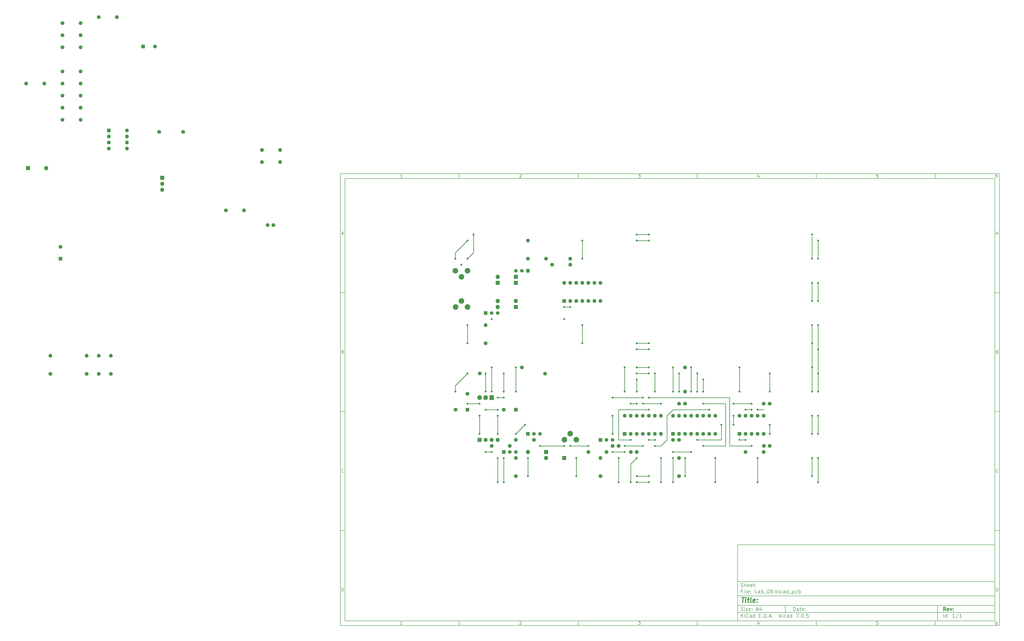
<source format=gbr>
%TF.GenerationSoftware,KiCad,Pcbnew,7.0.5*%
%TF.CreationDate,2024-03-20T11:13:37-04:00*%
%TF.ProjectId,Lab_08,4c61625f-3038-42e6-9b69-6361645f7063,rev?*%
%TF.SameCoordinates,Original*%
%TF.FileFunction,Copper,L1,Top*%
%TF.FilePolarity,Positive*%
%FSLAX46Y46*%
G04 Gerber Fmt 4.6, Leading zero omitted, Abs format (unit mm)*
G04 Created by KiCad (PCBNEW 7.0.5) date 2024-03-20 11:13:37*
%MOMM*%
%LPD*%
G01*
G04 APERTURE LIST*
%ADD10C,0.100000*%
%ADD11C,0.150000*%
%ADD12C,0.300000*%
%ADD13C,0.400000*%
%TA.AperFunction,ComponentPad*%
%ADD14C,1.600000*%
%TD*%
%TA.AperFunction,ComponentPad*%
%ADD15O,1.600000X1.600000*%
%TD*%
%TA.AperFunction,ComponentPad*%
%ADD16C,2.340000*%
%TD*%
%TA.AperFunction,ComponentPad*%
%ADD17R,1.500000X1.500000*%
%TD*%
%TA.AperFunction,ComponentPad*%
%ADD18C,1.500000*%
%TD*%
%TA.AperFunction,ComponentPad*%
%ADD19R,1.800000X1.800000*%
%TD*%
%TA.AperFunction,ComponentPad*%
%ADD20O,1.800000X1.800000*%
%TD*%
%TA.AperFunction,ComponentPad*%
%ADD21R,1.600000X1.600000*%
%TD*%
%TA.AperFunction,ComponentPad*%
%ADD22R,1.700000X1.700000*%
%TD*%
%TA.AperFunction,ComponentPad*%
%ADD23O,1.700000X1.700000*%
%TD*%
%TA.AperFunction,ComponentPad*%
%ADD24R,1.905000X2.000000*%
%TD*%
%TA.AperFunction,ComponentPad*%
%ADD25O,1.905000X2.000000*%
%TD*%
%TA.AperFunction,ViaPad*%
%ADD26C,0.800000*%
%TD*%
%TA.AperFunction,Conductor*%
%ADD27C,0.250000*%
%TD*%
G04 APERTURE END LIST*
D10*
D11*
X177002200Y-166007200D02*
X285002200Y-166007200D01*
X285002200Y-198007200D01*
X177002200Y-198007200D01*
X177002200Y-166007200D01*
D10*
D11*
X10000000Y-10000000D02*
X287002200Y-10000000D01*
X287002200Y-200007200D01*
X10000000Y-200007200D01*
X10000000Y-10000000D01*
D10*
D11*
X12000000Y-12000000D02*
X285002200Y-12000000D01*
X285002200Y-198007200D01*
X12000000Y-198007200D01*
X12000000Y-12000000D01*
D10*
D11*
X60000000Y-12000000D02*
X60000000Y-10000000D01*
D10*
D11*
X110000000Y-12000000D02*
X110000000Y-10000000D01*
D10*
D11*
X160000000Y-12000000D02*
X160000000Y-10000000D01*
D10*
D11*
X210000000Y-12000000D02*
X210000000Y-10000000D01*
D10*
D11*
X260000000Y-12000000D02*
X260000000Y-10000000D01*
D10*
D11*
X36089160Y-11593604D02*
X35346303Y-11593604D01*
X35717731Y-11593604D02*
X35717731Y-10293604D01*
X35717731Y-10293604D02*
X35593922Y-10479319D01*
X35593922Y-10479319D02*
X35470112Y-10603128D01*
X35470112Y-10603128D02*
X35346303Y-10665033D01*
D10*
D11*
X85346303Y-10417414D02*
X85408207Y-10355509D01*
X85408207Y-10355509D02*
X85532017Y-10293604D01*
X85532017Y-10293604D02*
X85841541Y-10293604D01*
X85841541Y-10293604D02*
X85965350Y-10355509D01*
X85965350Y-10355509D02*
X86027255Y-10417414D01*
X86027255Y-10417414D02*
X86089160Y-10541223D01*
X86089160Y-10541223D02*
X86089160Y-10665033D01*
X86089160Y-10665033D02*
X86027255Y-10850747D01*
X86027255Y-10850747D02*
X85284398Y-11593604D01*
X85284398Y-11593604D02*
X86089160Y-11593604D01*
D10*
D11*
X135284398Y-10293604D02*
X136089160Y-10293604D01*
X136089160Y-10293604D02*
X135655826Y-10788842D01*
X135655826Y-10788842D02*
X135841541Y-10788842D01*
X135841541Y-10788842D02*
X135965350Y-10850747D01*
X135965350Y-10850747D02*
X136027255Y-10912652D01*
X136027255Y-10912652D02*
X136089160Y-11036461D01*
X136089160Y-11036461D02*
X136089160Y-11345985D01*
X136089160Y-11345985D02*
X136027255Y-11469795D01*
X136027255Y-11469795D02*
X135965350Y-11531700D01*
X135965350Y-11531700D02*
X135841541Y-11593604D01*
X135841541Y-11593604D02*
X135470112Y-11593604D01*
X135470112Y-11593604D02*
X135346303Y-11531700D01*
X135346303Y-11531700D02*
X135284398Y-11469795D01*
D10*
D11*
X185965350Y-10726938D02*
X185965350Y-11593604D01*
X185655826Y-10231700D02*
X185346303Y-11160271D01*
X185346303Y-11160271D02*
X186151064Y-11160271D01*
D10*
D11*
X236027255Y-10293604D02*
X235408207Y-10293604D01*
X235408207Y-10293604D02*
X235346303Y-10912652D01*
X235346303Y-10912652D02*
X235408207Y-10850747D01*
X235408207Y-10850747D02*
X235532017Y-10788842D01*
X235532017Y-10788842D02*
X235841541Y-10788842D01*
X235841541Y-10788842D02*
X235965350Y-10850747D01*
X235965350Y-10850747D02*
X236027255Y-10912652D01*
X236027255Y-10912652D02*
X236089160Y-11036461D01*
X236089160Y-11036461D02*
X236089160Y-11345985D01*
X236089160Y-11345985D02*
X236027255Y-11469795D01*
X236027255Y-11469795D02*
X235965350Y-11531700D01*
X235965350Y-11531700D02*
X235841541Y-11593604D01*
X235841541Y-11593604D02*
X235532017Y-11593604D01*
X235532017Y-11593604D02*
X235408207Y-11531700D01*
X235408207Y-11531700D02*
X235346303Y-11469795D01*
D10*
D11*
X285965350Y-10293604D02*
X285717731Y-10293604D01*
X285717731Y-10293604D02*
X285593922Y-10355509D01*
X285593922Y-10355509D02*
X285532017Y-10417414D01*
X285532017Y-10417414D02*
X285408207Y-10603128D01*
X285408207Y-10603128D02*
X285346303Y-10850747D01*
X285346303Y-10850747D02*
X285346303Y-11345985D01*
X285346303Y-11345985D02*
X285408207Y-11469795D01*
X285408207Y-11469795D02*
X285470112Y-11531700D01*
X285470112Y-11531700D02*
X285593922Y-11593604D01*
X285593922Y-11593604D02*
X285841541Y-11593604D01*
X285841541Y-11593604D02*
X285965350Y-11531700D01*
X285965350Y-11531700D02*
X286027255Y-11469795D01*
X286027255Y-11469795D02*
X286089160Y-11345985D01*
X286089160Y-11345985D02*
X286089160Y-11036461D01*
X286089160Y-11036461D02*
X286027255Y-10912652D01*
X286027255Y-10912652D02*
X285965350Y-10850747D01*
X285965350Y-10850747D02*
X285841541Y-10788842D01*
X285841541Y-10788842D02*
X285593922Y-10788842D01*
X285593922Y-10788842D02*
X285470112Y-10850747D01*
X285470112Y-10850747D02*
X285408207Y-10912652D01*
X285408207Y-10912652D02*
X285346303Y-11036461D01*
D10*
D11*
X60000000Y-198007200D02*
X60000000Y-200007200D01*
D10*
D11*
X110000000Y-198007200D02*
X110000000Y-200007200D01*
D10*
D11*
X160000000Y-198007200D02*
X160000000Y-200007200D01*
D10*
D11*
X210000000Y-198007200D02*
X210000000Y-200007200D01*
D10*
D11*
X260000000Y-198007200D02*
X260000000Y-200007200D01*
D10*
D11*
X36089160Y-199600804D02*
X35346303Y-199600804D01*
X35717731Y-199600804D02*
X35717731Y-198300804D01*
X35717731Y-198300804D02*
X35593922Y-198486519D01*
X35593922Y-198486519D02*
X35470112Y-198610328D01*
X35470112Y-198610328D02*
X35346303Y-198672233D01*
D10*
D11*
X85346303Y-198424614D02*
X85408207Y-198362709D01*
X85408207Y-198362709D02*
X85532017Y-198300804D01*
X85532017Y-198300804D02*
X85841541Y-198300804D01*
X85841541Y-198300804D02*
X85965350Y-198362709D01*
X85965350Y-198362709D02*
X86027255Y-198424614D01*
X86027255Y-198424614D02*
X86089160Y-198548423D01*
X86089160Y-198548423D02*
X86089160Y-198672233D01*
X86089160Y-198672233D02*
X86027255Y-198857947D01*
X86027255Y-198857947D02*
X85284398Y-199600804D01*
X85284398Y-199600804D02*
X86089160Y-199600804D01*
D10*
D11*
X135284398Y-198300804D02*
X136089160Y-198300804D01*
X136089160Y-198300804D02*
X135655826Y-198796042D01*
X135655826Y-198796042D02*
X135841541Y-198796042D01*
X135841541Y-198796042D02*
X135965350Y-198857947D01*
X135965350Y-198857947D02*
X136027255Y-198919852D01*
X136027255Y-198919852D02*
X136089160Y-199043661D01*
X136089160Y-199043661D02*
X136089160Y-199353185D01*
X136089160Y-199353185D02*
X136027255Y-199476995D01*
X136027255Y-199476995D02*
X135965350Y-199538900D01*
X135965350Y-199538900D02*
X135841541Y-199600804D01*
X135841541Y-199600804D02*
X135470112Y-199600804D01*
X135470112Y-199600804D02*
X135346303Y-199538900D01*
X135346303Y-199538900D02*
X135284398Y-199476995D01*
D10*
D11*
X185965350Y-198734138D02*
X185965350Y-199600804D01*
X185655826Y-198238900D02*
X185346303Y-199167471D01*
X185346303Y-199167471D02*
X186151064Y-199167471D01*
D10*
D11*
X236027255Y-198300804D02*
X235408207Y-198300804D01*
X235408207Y-198300804D02*
X235346303Y-198919852D01*
X235346303Y-198919852D02*
X235408207Y-198857947D01*
X235408207Y-198857947D02*
X235532017Y-198796042D01*
X235532017Y-198796042D02*
X235841541Y-198796042D01*
X235841541Y-198796042D02*
X235965350Y-198857947D01*
X235965350Y-198857947D02*
X236027255Y-198919852D01*
X236027255Y-198919852D02*
X236089160Y-199043661D01*
X236089160Y-199043661D02*
X236089160Y-199353185D01*
X236089160Y-199353185D02*
X236027255Y-199476995D01*
X236027255Y-199476995D02*
X235965350Y-199538900D01*
X235965350Y-199538900D02*
X235841541Y-199600804D01*
X235841541Y-199600804D02*
X235532017Y-199600804D01*
X235532017Y-199600804D02*
X235408207Y-199538900D01*
X235408207Y-199538900D02*
X235346303Y-199476995D01*
D10*
D11*
X285965350Y-198300804D02*
X285717731Y-198300804D01*
X285717731Y-198300804D02*
X285593922Y-198362709D01*
X285593922Y-198362709D02*
X285532017Y-198424614D01*
X285532017Y-198424614D02*
X285408207Y-198610328D01*
X285408207Y-198610328D02*
X285346303Y-198857947D01*
X285346303Y-198857947D02*
X285346303Y-199353185D01*
X285346303Y-199353185D02*
X285408207Y-199476995D01*
X285408207Y-199476995D02*
X285470112Y-199538900D01*
X285470112Y-199538900D02*
X285593922Y-199600804D01*
X285593922Y-199600804D02*
X285841541Y-199600804D01*
X285841541Y-199600804D02*
X285965350Y-199538900D01*
X285965350Y-199538900D02*
X286027255Y-199476995D01*
X286027255Y-199476995D02*
X286089160Y-199353185D01*
X286089160Y-199353185D02*
X286089160Y-199043661D01*
X286089160Y-199043661D02*
X286027255Y-198919852D01*
X286027255Y-198919852D02*
X285965350Y-198857947D01*
X285965350Y-198857947D02*
X285841541Y-198796042D01*
X285841541Y-198796042D02*
X285593922Y-198796042D01*
X285593922Y-198796042D02*
X285470112Y-198857947D01*
X285470112Y-198857947D02*
X285408207Y-198919852D01*
X285408207Y-198919852D02*
X285346303Y-199043661D01*
D10*
D11*
X10000000Y-60000000D02*
X12000000Y-60000000D01*
D10*
D11*
X10000000Y-110000000D02*
X12000000Y-110000000D01*
D10*
D11*
X10000000Y-160000000D02*
X12000000Y-160000000D01*
D10*
D11*
X10690476Y-35222176D02*
X11309523Y-35222176D01*
X10566666Y-35593604D02*
X10999999Y-34293604D01*
X10999999Y-34293604D02*
X11433333Y-35593604D01*
D10*
D11*
X11092857Y-84912652D02*
X11278571Y-84974557D01*
X11278571Y-84974557D02*
X11340476Y-85036461D01*
X11340476Y-85036461D02*
X11402380Y-85160271D01*
X11402380Y-85160271D02*
X11402380Y-85345985D01*
X11402380Y-85345985D02*
X11340476Y-85469795D01*
X11340476Y-85469795D02*
X11278571Y-85531700D01*
X11278571Y-85531700D02*
X11154761Y-85593604D01*
X11154761Y-85593604D02*
X10659523Y-85593604D01*
X10659523Y-85593604D02*
X10659523Y-84293604D01*
X10659523Y-84293604D02*
X11092857Y-84293604D01*
X11092857Y-84293604D02*
X11216666Y-84355509D01*
X11216666Y-84355509D02*
X11278571Y-84417414D01*
X11278571Y-84417414D02*
X11340476Y-84541223D01*
X11340476Y-84541223D02*
X11340476Y-84665033D01*
X11340476Y-84665033D02*
X11278571Y-84788842D01*
X11278571Y-84788842D02*
X11216666Y-84850747D01*
X11216666Y-84850747D02*
X11092857Y-84912652D01*
X11092857Y-84912652D02*
X10659523Y-84912652D01*
D10*
D11*
X11402380Y-135469795D02*
X11340476Y-135531700D01*
X11340476Y-135531700D02*
X11154761Y-135593604D01*
X11154761Y-135593604D02*
X11030952Y-135593604D01*
X11030952Y-135593604D02*
X10845238Y-135531700D01*
X10845238Y-135531700D02*
X10721428Y-135407890D01*
X10721428Y-135407890D02*
X10659523Y-135284080D01*
X10659523Y-135284080D02*
X10597619Y-135036461D01*
X10597619Y-135036461D02*
X10597619Y-134850747D01*
X10597619Y-134850747D02*
X10659523Y-134603128D01*
X10659523Y-134603128D02*
X10721428Y-134479319D01*
X10721428Y-134479319D02*
X10845238Y-134355509D01*
X10845238Y-134355509D02*
X11030952Y-134293604D01*
X11030952Y-134293604D02*
X11154761Y-134293604D01*
X11154761Y-134293604D02*
X11340476Y-134355509D01*
X11340476Y-134355509D02*
X11402380Y-134417414D01*
D10*
D11*
X10659523Y-185593604D02*
X10659523Y-184293604D01*
X10659523Y-184293604D02*
X10969047Y-184293604D01*
X10969047Y-184293604D02*
X11154761Y-184355509D01*
X11154761Y-184355509D02*
X11278571Y-184479319D01*
X11278571Y-184479319D02*
X11340476Y-184603128D01*
X11340476Y-184603128D02*
X11402380Y-184850747D01*
X11402380Y-184850747D02*
X11402380Y-185036461D01*
X11402380Y-185036461D02*
X11340476Y-185284080D01*
X11340476Y-185284080D02*
X11278571Y-185407890D01*
X11278571Y-185407890D02*
X11154761Y-185531700D01*
X11154761Y-185531700D02*
X10969047Y-185593604D01*
X10969047Y-185593604D02*
X10659523Y-185593604D01*
D10*
D11*
X287002200Y-60000000D02*
X285002200Y-60000000D01*
D10*
D11*
X287002200Y-110000000D02*
X285002200Y-110000000D01*
D10*
D11*
X287002200Y-160000000D02*
X285002200Y-160000000D01*
D10*
D11*
X285692676Y-35222176D02*
X286311723Y-35222176D01*
X285568866Y-35593604D02*
X286002199Y-34293604D01*
X286002199Y-34293604D02*
X286435533Y-35593604D01*
D10*
D11*
X286095057Y-84912652D02*
X286280771Y-84974557D01*
X286280771Y-84974557D02*
X286342676Y-85036461D01*
X286342676Y-85036461D02*
X286404580Y-85160271D01*
X286404580Y-85160271D02*
X286404580Y-85345985D01*
X286404580Y-85345985D02*
X286342676Y-85469795D01*
X286342676Y-85469795D02*
X286280771Y-85531700D01*
X286280771Y-85531700D02*
X286156961Y-85593604D01*
X286156961Y-85593604D02*
X285661723Y-85593604D01*
X285661723Y-85593604D02*
X285661723Y-84293604D01*
X285661723Y-84293604D02*
X286095057Y-84293604D01*
X286095057Y-84293604D02*
X286218866Y-84355509D01*
X286218866Y-84355509D02*
X286280771Y-84417414D01*
X286280771Y-84417414D02*
X286342676Y-84541223D01*
X286342676Y-84541223D02*
X286342676Y-84665033D01*
X286342676Y-84665033D02*
X286280771Y-84788842D01*
X286280771Y-84788842D02*
X286218866Y-84850747D01*
X286218866Y-84850747D02*
X286095057Y-84912652D01*
X286095057Y-84912652D02*
X285661723Y-84912652D01*
D10*
D11*
X286404580Y-135469795D02*
X286342676Y-135531700D01*
X286342676Y-135531700D02*
X286156961Y-135593604D01*
X286156961Y-135593604D02*
X286033152Y-135593604D01*
X286033152Y-135593604D02*
X285847438Y-135531700D01*
X285847438Y-135531700D02*
X285723628Y-135407890D01*
X285723628Y-135407890D02*
X285661723Y-135284080D01*
X285661723Y-135284080D02*
X285599819Y-135036461D01*
X285599819Y-135036461D02*
X285599819Y-134850747D01*
X285599819Y-134850747D02*
X285661723Y-134603128D01*
X285661723Y-134603128D02*
X285723628Y-134479319D01*
X285723628Y-134479319D02*
X285847438Y-134355509D01*
X285847438Y-134355509D02*
X286033152Y-134293604D01*
X286033152Y-134293604D02*
X286156961Y-134293604D01*
X286156961Y-134293604D02*
X286342676Y-134355509D01*
X286342676Y-134355509D02*
X286404580Y-134417414D01*
D10*
D11*
X285661723Y-185593604D02*
X285661723Y-184293604D01*
X285661723Y-184293604D02*
X285971247Y-184293604D01*
X285971247Y-184293604D02*
X286156961Y-184355509D01*
X286156961Y-184355509D02*
X286280771Y-184479319D01*
X286280771Y-184479319D02*
X286342676Y-184603128D01*
X286342676Y-184603128D02*
X286404580Y-184850747D01*
X286404580Y-184850747D02*
X286404580Y-185036461D01*
X286404580Y-185036461D02*
X286342676Y-185284080D01*
X286342676Y-185284080D02*
X286280771Y-185407890D01*
X286280771Y-185407890D02*
X286156961Y-185531700D01*
X286156961Y-185531700D02*
X285971247Y-185593604D01*
X285971247Y-185593604D02*
X285661723Y-185593604D01*
D10*
D11*
X200458026Y-193793328D02*
X200458026Y-192293328D01*
X200458026Y-192293328D02*
X200815169Y-192293328D01*
X200815169Y-192293328D02*
X201029455Y-192364757D01*
X201029455Y-192364757D02*
X201172312Y-192507614D01*
X201172312Y-192507614D02*
X201243741Y-192650471D01*
X201243741Y-192650471D02*
X201315169Y-192936185D01*
X201315169Y-192936185D02*
X201315169Y-193150471D01*
X201315169Y-193150471D02*
X201243741Y-193436185D01*
X201243741Y-193436185D02*
X201172312Y-193579042D01*
X201172312Y-193579042D02*
X201029455Y-193721900D01*
X201029455Y-193721900D02*
X200815169Y-193793328D01*
X200815169Y-193793328D02*
X200458026Y-193793328D01*
X202600884Y-193793328D02*
X202600884Y-193007614D01*
X202600884Y-193007614D02*
X202529455Y-192864757D01*
X202529455Y-192864757D02*
X202386598Y-192793328D01*
X202386598Y-192793328D02*
X202100884Y-192793328D01*
X202100884Y-192793328D02*
X201958026Y-192864757D01*
X202600884Y-193721900D02*
X202458026Y-193793328D01*
X202458026Y-193793328D02*
X202100884Y-193793328D01*
X202100884Y-193793328D02*
X201958026Y-193721900D01*
X201958026Y-193721900D02*
X201886598Y-193579042D01*
X201886598Y-193579042D02*
X201886598Y-193436185D01*
X201886598Y-193436185D02*
X201958026Y-193293328D01*
X201958026Y-193293328D02*
X202100884Y-193221900D01*
X202100884Y-193221900D02*
X202458026Y-193221900D01*
X202458026Y-193221900D02*
X202600884Y-193150471D01*
X203100884Y-192793328D02*
X203672312Y-192793328D01*
X203315169Y-192293328D02*
X203315169Y-193579042D01*
X203315169Y-193579042D02*
X203386598Y-193721900D01*
X203386598Y-193721900D02*
X203529455Y-193793328D01*
X203529455Y-193793328D02*
X203672312Y-193793328D01*
X204743741Y-193721900D02*
X204600884Y-193793328D01*
X204600884Y-193793328D02*
X204315170Y-193793328D01*
X204315170Y-193793328D02*
X204172312Y-193721900D01*
X204172312Y-193721900D02*
X204100884Y-193579042D01*
X204100884Y-193579042D02*
X204100884Y-193007614D01*
X204100884Y-193007614D02*
X204172312Y-192864757D01*
X204172312Y-192864757D02*
X204315170Y-192793328D01*
X204315170Y-192793328D02*
X204600884Y-192793328D01*
X204600884Y-192793328D02*
X204743741Y-192864757D01*
X204743741Y-192864757D02*
X204815170Y-193007614D01*
X204815170Y-193007614D02*
X204815170Y-193150471D01*
X204815170Y-193150471D02*
X204100884Y-193293328D01*
X205458026Y-193650471D02*
X205529455Y-193721900D01*
X205529455Y-193721900D02*
X205458026Y-193793328D01*
X205458026Y-193793328D02*
X205386598Y-193721900D01*
X205386598Y-193721900D02*
X205458026Y-193650471D01*
X205458026Y-193650471D02*
X205458026Y-193793328D01*
X205458026Y-192864757D02*
X205529455Y-192936185D01*
X205529455Y-192936185D02*
X205458026Y-193007614D01*
X205458026Y-193007614D02*
X205386598Y-192936185D01*
X205386598Y-192936185D02*
X205458026Y-192864757D01*
X205458026Y-192864757D02*
X205458026Y-193007614D01*
D10*
D11*
X177002200Y-194507200D02*
X285002200Y-194507200D01*
D10*
D11*
X178458026Y-196593328D02*
X178458026Y-195093328D01*
X179315169Y-196593328D02*
X178672312Y-195736185D01*
X179315169Y-195093328D02*
X178458026Y-195950471D01*
X179958026Y-196593328D02*
X179958026Y-195593328D01*
X179958026Y-195093328D02*
X179886598Y-195164757D01*
X179886598Y-195164757D02*
X179958026Y-195236185D01*
X179958026Y-195236185D02*
X180029455Y-195164757D01*
X180029455Y-195164757D02*
X179958026Y-195093328D01*
X179958026Y-195093328D02*
X179958026Y-195236185D01*
X181529455Y-196450471D02*
X181458027Y-196521900D01*
X181458027Y-196521900D02*
X181243741Y-196593328D01*
X181243741Y-196593328D02*
X181100884Y-196593328D01*
X181100884Y-196593328D02*
X180886598Y-196521900D01*
X180886598Y-196521900D02*
X180743741Y-196379042D01*
X180743741Y-196379042D02*
X180672312Y-196236185D01*
X180672312Y-196236185D02*
X180600884Y-195950471D01*
X180600884Y-195950471D02*
X180600884Y-195736185D01*
X180600884Y-195736185D02*
X180672312Y-195450471D01*
X180672312Y-195450471D02*
X180743741Y-195307614D01*
X180743741Y-195307614D02*
X180886598Y-195164757D01*
X180886598Y-195164757D02*
X181100884Y-195093328D01*
X181100884Y-195093328D02*
X181243741Y-195093328D01*
X181243741Y-195093328D02*
X181458027Y-195164757D01*
X181458027Y-195164757D02*
X181529455Y-195236185D01*
X182815170Y-196593328D02*
X182815170Y-195807614D01*
X182815170Y-195807614D02*
X182743741Y-195664757D01*
X182743741Y-195664757D02*
X182600884Y-195593328D01*
X182600884Y-195593328D02*
X182315170Y-195593328D01*
X182315170Y-195593328D02*
X182172312Y-195664757D01*
X182815170Y-196521900D02*
X182672312Y-196593328D01*
X182672312Y-196593328D02*
X182315170Y-196593328D01*
X182315170Y-196593328D02*
X182172312Y-196521900D01*
X182172312Y-196521900D02*
X182100884Y-196379042D01*
X182100884Y-196379042D02*
X182100884Y-196236185D01*
X182100884Y-196236185D02*
X182172312Y-196093328D01*
X182172312Y-196093328D02*
X182315170Y-196021900D01*
X182315170Y-196021900D02*
X182672312Y-196021900D01*
X182672312Y-196021900D02*
X182815170Y-195950471D01*
X184172313Y-196593328D02*
X184172313Y-195093328D01*
X184172313Y-196521900D02*
X184029455Y-196593328D01*
X184029455Y-196593328D02*
X183743741Y-196593328D01*
X183743741Y-196593328D02*
X183600884Y-196521900D01*
X183600884Y-196521900D02*
X183529455Y-196450471D01*
X183529455Y-196450471D02*
X183458027Y-196307614D01*
X183458027Y-196307614D02*
X183458027Y-195879042D01*
X183458027Y-195879042D02*
X183529455Y-195736185D01*
X183529455Y-195736185D02*
X183600884Y-195664757D01*
X183600884Y-195664757D02*
X183743741Y-195593328D01*
X183743741Y-195593328D02*
X184029455Y-195593328D01*
X184029455Y-195593328D02*
X184172313Y-195664757D01*
X186029455Y-195807614D02*
X186529455Y-195807614D01*
X186743741Y-196593328D02*
X186029455Y-196593328D01*
X186029455Y-196593328D02*
X186029455Y-195093328D01*
X186029455Y-195093328D02*
X186743741Y-195093328D01*
X187386598Y-196450471D02*
X187458027Y-196521900D01*
X187458027Y-196521900D02*
X187386598Y-196593328D01*
X187386598Y-196593328D02*
X187315170Y-196521900D01*
X187315170Y-196521900D02*
X187386598Y-196450471D01*
X187386598Y-196450471D02*
X187386598Y-196593328D01*
X188100884Y-196593328D02*
X188100884Y-195093328D01*
X188100884Y-195093328D02*
X188458027Y-195093328D01*
X188458027Y-195093328D02*
X188672313Y-195164757D01*
X188672313Y-195164757D02*
X188815170Y-195307614D01*
X188815170Y-195307614D02*
X188886599Y-195450471D01*
X188886599Y-195450471D02*
X188958027Y-195736185D01*
X188958027Y-195736185D02*
X188958027Y-195950471D01*
X188958027Y-195950471D02*
X188886599Y-196236185D01*
X188886599Y-196236185D02*
X188815170Y-196379042D01*
X188815170Y-196379042D02*
X188672313Y-196521900D01*
X188672313Y-196521900D02*
X188458027Y-196593328D01*
X188458027Y-196593328D02*
X188100884Y-196593328D01*
X189600884Y-196450471D02*
X189672313Y-196521900D01*
X189672313Y-196521900D02*
X189600884Y-196593328D01*
X189600884Y-196593328D02*
X189529456Y-196521900D01*
X189529456Y-196521900D02*
X189600884Y-196450471D01*
X189600884Y-196450471D02*
X189600884Y-196593328D01*
X190243742Y-196164757D02*
X190958028Y-196164757D01*
X190100885Y-196593328D02*
X190600885Y-195093328D01*
X190600885Y-195093328D02*
X191100885Y-196593328D01*
X191600884Y-196450471D02*
X191672313Y-196521900D01*
X191672313Y-196521900D02*
X191600884Y-196593328D01*
X191600884Y-196593328D02*
X191529456Y-196521900D01*
X191529456Y-196521900D02*
X191600884Y-196450471D01*
X191600884Y-196450471D02*
X191600884Y-196593328D01*
X194600884Y-196593328D02*
X194600884Y-195093328D01*
X194743742Y-196021900D02*
X195172313Y-196593328D01*
X195172313Y-195593328D02*
X194600884Y-196164757D01*
X195815170Y-196593328D02*
X195815170Y-195593328D01*
X195815170Y-195093328D02*
X195743742Y-195164757D01*
X195743742Y-195164757D02*
X195815170Y-195236185D01*
X195815170Y-195236185D02*
X195886599Y-195164757D01*
X195886599Y-195164757D02*
X195815170Y-195093328D01*
X195815170Y-195093328D02*
X195815170Y-195236185D01*
X197172314Y-196521900D02*
X197029456Y-196593328D01*
X197029456Y-196593328D02*
X196743742Y-196593328D01*
X196743742Y-196593328D02*
X196600885Y-196521900D01*
X196600885Y-196521900D02*
X196529456Y-196450471D01*
X196529456Y-196450471D02*
X196458028Y-196307614D01*
X196458028Y-196307614D02*
X196458028Y-195879042D01*
X196458028Y-195879042D02*
X196529456Y-195736185D01*
X196529456Y-195736185D02*
X196600885Y-195664757D01*
X196600885Y-195664757D02*
X196743742Y-195593328D01*
X196743742Y-195593328D02*
X197029456Y-195593328D01*
X197029456Y-195593328D02*
X197172314Y-195664757D01*
X198458028Y-196593328D02*
X198458028Y-195807614D01*
X198458028Y-195807614D02*
X198386599Y-195664757D01*
X198386599Y-195664757D02*
X198243742Y-195593328D01*
X198243742Y-195593328D02*
X197958028Y-195593328D01*
X197958028Y-195593328D02*
X197815170Y-195664757D01*
X198458028Y-196521900D02*
X198315170Y-196593328D01*
X198315170Y-196593328D02*
X197958028Y-196593328D01*
X197958028Y-196593328D02*
X197815170Y-196521900D01*
X197815170Y-196521900D02*
X197743742Y-196379042D01*
X197743742Y-196379042D02*
X197743742Y-196236185D01*
X197743742Y-196236185D02*
X197815170Y-196093328D01*
X197815170Y-196093328D02*
X197958028Y-196021900D01*
X197958028Y-196021900D02*
X198315170Y-196021900D01*
X198315170Y-196021900D02*
X198458028Y-195950471D01*
X199815171Y-196593328D02*
X199815171Y-195093328D01*
X199815171Y-196521900D02*
X199672313Y-196593328D01*
X199672313Y-196593328D02*
X199386599Y-196593328D01*
X199386599Y-196593328D02*
X199243742Y-196521900D01*
X199243742Y-196521900D02*
X199172313Y-196450471D01*
X199172313Y-196450471D02*
X199100885Y-196307614D01*
X199100885Y-196307614D02*
X199100885Y-195879042D01*
X199100885Y-195879042D02*
X199172313Y-195736185D01*
X199172313Y-195736185D02*
X199243742Y-195664757D01*
X199243742Y-195664757D02*
X199386599Y-195593328D01*
X199386599Y-195593328D02*
X199672313Y-195593328D01*
X199672313Y-195593328D02*
X199815171Y-195664757D01*
X201529456Y-195093328D02*
X202529456Y-195093328D01*
X202529456Y-195093328D02*
X201886599Y-196593328D01*
X203100884Y-196450471D02*
X203172313Y-196521900D01*
X203172313Y-196521900D02*
X203100884Y-196593328D01*
X203100884Y-196593328D02*
X203029456Y-196521900D01*
X203029456Y-196521900D02*
X203100884Y-196450471D01*
X203100884Y-196450471D02*
X203100884Y-196593328D01*
X204100885Y-195093328D02*
X204243742Y-195093328D01*
X204243742Y-195093328D02*
X204386599Y-195164757D01*
X204386599Y-195164757D02*
X204458028Y-195236185D01*
X204458028Y-195236185D02*
X204529456Y-195379042D01*
X204529456Y-195379042D02*
X204600885Y-195664757D01*
X204600885Y-195664757D02*
X204600885Y-196021900D01*
X204600885Y-196021900D02*
X204529456Y-196307614D01*
X204529456Y-196307614D02*
X204458028Y-196450471D01*
X204458028Y-196450471D02*
X204386599Y-196521900D01*
X204386599Y-196521900D02*
X204243742Y-196593328D01*
X204243742Y-196593328D02*
X204100885Y-196593328D01*
X204100885Y-196593328D02*
X203958028Y-196521900D01*
X203958028Y-196521900D02*
X203886599Y-196450471D01*
X203886599Y-196450471D02*
X203815170Y-196307614D01*
X203815170Y-196307614D02*
X203743742Y-196021900D01*
X203743742Y-196021900D02*
X203743742Y-195664757D01*
X203743742Y-195664757D02*
X203815170Y-195379042D01*
X203815170Y-195379042D02*
X203886599Y-195236185D01*
X203886599Y-195236185D02*
X203958028Y-195164757D01*
X203958028Y-195164757D02*
X204100885Y-195093328D01*
X205243741Y-196450471D02*
X205315170Y-196521900D01*
X205315170Y-196521900D02*
X205243741Y-196593328D01*
X205243741Y-196593328D02*
X205172313Y-196521900D01*
X205172313Y-196521900D02*
X205243741Y-196450471D01*
X205243741Y-196450471D02*
X205243741Y-196593328D01*
X206672313Y-195093328D02*
X205958027Y-195093328D01*
X205958027Y-195093328D02*
X205886599Y-195807614D01*
X205886599Y-195807614D02*
X205958027Y-195736185D01*
X205958027Y-195736185D02*
X206100885Y-195664757D01*
X206100885Y-195664757D02*
X206458027Y-195664757D01*
X206458027Y-195664757D02*
X206600885Y-195736185D01*
X206600885Y-195736185D02*
X206672313Y-195807614D01*
X206672313Y-195807614D02*
X206743742Y-195950471D01*
X206743742Y-195950471D02*
X206743742Y-196307614D01*
X206743742Y-196307614D02*
X206672313Y-196450471D01*
X206672313Y-196450471D02*
X206600885Y-196521900D01*
X206600885Y-196521900D02*
X206458027Y-196593328D01*
X206458027Y-196593328D02*
X206100885Y-196593328D01*
X206100885Y-196593328D02*
X205958027Y-196521900D01*
X205958027Y-196521900D02*
X205886599Y-196450471D01*
D10*
D11*
X177002200Y-191507200D02*
X285002200Y-191507200D01*
D10*
D12*
X264413853Y-193785528D02*
X263913853Y-193071242D01*
X263556710Y-193785528D02*
X263556710Y-192285528D01*
X263556710Y-192285528D02*
X264128139Y-192285528D01*
X264128139Y-192285528D02*
X264270996Y-192356957D01*
X264270996Y-192356957D02*
X264342425Y-192428385D01*
X264342425Y-192428385D02*
X264413853Y-192571242D01*
X264413853Y-192571242D02*
X264413853Y-192785528D01*
X264413853Y-192785528D02*
X264342425Y-192928385D01*
X264342425Y-192928385D02*
X264270996Y-192999814D01*
X264270996Y-192999814D02*
X264128139Y-193071242D01*
X264128139Y-193071242D02*
X263556710Y-193071242D01*
X265628139Y-193714100D02*
X265485282Y-193785528D01*
X265485282Y-193785528D02*
X265199568Y-193785528D01*
X265199568Y-193785528D02*
X265056710Y-193714100D01*
X265056710Y-193714100D02*
X264985282Y-193571242D01*
X264985282Y-193571242D02*
X264985282Y-192999814D01*
X264985282Y-192999814D02*
X265056710Y-192856957D01*
X265056710Y-192856957D02*
X265199568Y-192785528D01*
X265199568Y-192785528D02*
X265485282Y-192785528D01*
X265485282Y-192785528D02*
X265628139Y-192856957D01*
X265628139Y-192856957D02*
X265699568Y-192999814D01*
X265699568Y-192999814D02*
X265699568Y-193142671D01*
X265699568Y-193142671D02*
X264985282Y-193285528D01*
X266199567Y-192785528D02*
X266556710Y-193785528D01*
X266556710Y-193785528D02*
X266913853Y-192785528D01*
X267485281Y-193642671D02*
X267556710Y-193714100D01*
X267556710Y-193714100D02*
X267485281Y-193785528D01*
X267485281Y-193785528D02*
X267413853Y-193714100D01*
X267413853Y-193714100D02*
X267485281Y-193642671D01*
X267485281Y-193642671D02*
X267485281Y-193785528D01*
X267485281Y-192856957D02*
X267556710Y-192928385D01*
X267556710Y-192928385D02*
X267485281Y-192999814D01*
X267485281Y-192999814D02*
X267413853Y-192928385D01*
X267413853Y-192928385D02*
X267485281Y-192856957D01*
X267485281Y-192856957D02*
X267485281Y-192999814D01*
D10*
D11*
X178386598Y-193721900D02*
X178600884Y-193793328D01*
X178600884Y-193793328D02*
X178958026Y-193793328D01*
X178958026Y-193793328D02*
X179100884Y-193721900D01*
X179100884Y-193721900D02*
X179172312Y-193650471D01*
X179172312Y-193650471D02*
X179243741Y-193507614D01*
X179243741Y-193507614D02*
X179243741Y-193364757D01*
X179243741Y-193364757D02*
X179172312Y-193221900D01*
X179172312Y-193221900D02*
X179100884Y-193150471D01*
X179100884Y-193150471D02*
X178958026Y-193079042D01*
X178958026Y-193079042D02*
X178672312Y-193007614D01*
X178672312Y-193007614D02*
X178529455Y-192936185D01*
X178529455Y-192936185D02*
X178458026Y-192864757D01*
X178458026Y-192864757D02*
X178386598Y-192721900D01*
X178386598Y-192721900D02*
X178386598Y-192579042D01*
X178386598Y-192579042D02*
X178458026Y-192436185D01*
X178458026Y-192436185D02*
X178529455Y-192364757D01*
X178529455Y-192364757D02*
X178672312Y-192293328D01*
X178672312Y-192293328D02*
X179029455Y-192293328D01*
X179029455Y-192293328D02*
X179243741Y-192364757D01*
X179886597Y-193793328D02*
X179886597Y-192793328D01*
X179886597Y-192293328D02*
X179815169Y-192364757D01*
X179815169Y-192364757D02*
X179886597Y-192436185D01*
X179886597Y-192436185D02*
X179958026Y-192364757D01*
X179958026Y-192364757D02*
X179886597Y-192293328D01*
X179886597Y-192293328D02*
X179886597Y-192436185D01*
X180458026Y-192793328D02*
X181243741Y-192793328D01*
X181243741Y-192793328D02*
X180458026Y-193793328D01*
X180458026Y-193793328D02*
X181243741Y-193793328D01*
X182386598Y-193721900D02*
X182243741Y-193793328D01*
X182243741Y-193793328D02*
X181958027Y-193793328D01*
X181958027Y-193793328D02*
X181815169Y-193721900D01*
X181815169Y-193721900D02*
X181743741Y-193579042D01*
X181743741Y-193579042D02*
X181743741Y-193007614D01*
X181743741Y-193007614D02*
X181815169Y-192864757D01*
X181815169Y-192864757D02*
X181958027Y-192793328D01*
X181958027Y-192793328D02*
X182243741Y-192793328D01*
X182243741Y-192793328D02*
X182386598Y-192864757D01*
X182386598Y-192864757D02*
X182458027Y-193007614D01*
X182458027Y-193007614D02*
X182458027Y-193150471D01*
X182458027Y-193150471D02*
X181743741Y-193293328D01*
X183100883Y-193650471D02*
X183172312Y-193721900D01*
X183172312Y-193721900D02*
X183100883Y-193793328D01*
X183100883Y-193793328D02*
X183029455Y-193721900D01*
X183029455Y-193721900D02*
X183100883Y-193650471D01*
X183100883Y-193650471D02*
X183100883Y-193793328D01*
X183100883Y-192864757D02*
X183172312Y-192936185D01*
X183172312Y-192936185D02*
X183100883Y-193007614D01*
X183100883Y-193007614D02*
X183029455Y-192936185D01*
X183029455Y-192936185D02*
X183100883Y-192864757D01*
X183100883Y-192864757D02*
X183100883Y-193007614D01*
X184886598Y-193364757D02*
X185600884Y-193364757D01*
X184743741Y-193793328D02*
X185243741Y-192293328D01*
X185243741Y-192293328D02*
X185743741Y-193793328D01*
X186886598Y-192793328D02*
X186886598Y-193793328D01*
X186529455Y-192221900D02*
X186172312Y-193293328D01*
X186172312Y-193293328D02*
X187100883Y-193293328D01*
D10*
D11*
X263458026Y-196593328D02*
X263458026Y-195093328D01*
X264815170Y-196593328D02*
X264815170Y-195093328D01*
X264815170Y-196521900D02*
X264672312Y-196593328D01*
X264672312Y-196593328D02*
X264386598Y-196593328D01*
X264386598Y-196593328D02*
X264243741Y-196521900D01*
X264243741Y-196521900D02*
X264172312Y-196450471D01*
X264172312Y-196450471D02*
X264100884Y-196307614D01*
X264100884Y-196307614D02*
X264100884Y-195879042D01*
X264100884Y-195879042D02*
X264172312Y-195736185D01*
X264172312Y-195736185D02*
X264243741Y-195664757D01*
X264243741Y-195664757D02*
X264386598Y-195593328D01*
X264386598Y-195593328D02*
X264672312Y-195593328D01*
X264672312Y-195593328D02*
X264815170Y-195664757D01*
X265529455Y-196450471D02*
X265600884Y-196521900D01*
X265600884Y-196521900D02*
X265529455Y-196593328D01*
X265529455Y-196593328D02*
X265458027Y-196521900D01*
X265458027Y-196521900D02*
X265529455Y-196450471D01*
X265529455Y-196450471D02*
X265529455Y-196593328D01*
X265529455Y-195664757D02*
X265600884Y-195736185D01*
X265600884Y-195736185D02*
X265529455Y-195807614D01*
X265529455Y-195807614D02*
X265458027Y-195736185D01*
X265458027Y-195736185D02*
X265529455Y-195664757D01*
X265529455Y-195664757D02*
X265529455Y-195807614D01*
X268172313Y-196593328D02*
X267315170Y-196593328D01*
X267743741Y-196593328D02*
X267743741Y-195093328D01*
X267743741Y-195093328D02*
X267600884Y-195307614D01*
X267600884Y-195307614D02*
X267458027Y-195450471D01*
X267458027Y-195450471D02*
X267315170Y-195521900D01*
X269886598Y-195021900D02*
X268600884Y-196950471D01*
X271172313Y-196593328D02*
X270315170Y-196593328D01*
X270743741Y-196593328D02*
X270743741Y-195093328D01*
X270743741Y-195093328D02*
X270600884Y-195307614D01*
X270600884Y-195307614D02*
X270458027Y-195450471D01*
X270458027Y-195450471D02*
X270315170Y-195521900D01*
D10*
D11*
X177002200Y-187507200D02*
X285002200Y-187507200D01*
D10*
D13*
X178693928Y-188211638D02*
X179836785Y-188211638D01*
X179015357Y-190211638D02*
X179265357Y-188211638D01*
X180253452Y-190211638D02*
X180420119Y-188878304D01*
X180503452Y-188211638D02*
X180396309Y-188306876D01*
X180396309Y-188306876D02*
X180479643Y-188402114D01*
X180479643Y-188402114D02*
X180586786Y-188306876D01*
X180586786Y-188306876D02*
X180503452Y-188211638D01*
X180503452Y-188211638D02*
X180479643Y-188402114D01*
X181086786Y-188878304D02*
X181848690Y-188878304D01*
X181455833Y-188211638D02*
X181241548Y-189925923D01*
X181241548Y-189925923D02*
X181312976Y-190116400D01*
X181312976Y-190116400D02*
X181491548Y-190211638D01*
X181491548Y-190211638D02*
X181682024Y-190211638D01*
X182634405Y-190211638D02*
X182455833Y-190116400D01*
X182455833Y-190116400D02*
X182384405Y-189925923D01*
X182384405Y-189925923D02*
X182598690Y-188211638D01*
X184170119Y-190116400D02*
X183967738Y-190211638D01*
X183967738Y-190211638D02*
X183586785Y-190211638D01*
X183586785Y-190211638D02*
X183408214Y-190116400D01*
X183408214Y-190116400D02*
X183336785Y-189925923D01*
X183336785Y-189925923D02*
X183432024Y-189164019D01*
X183432024Y-189164019D02*
X183551071Y-188973542D01*
X183551071Y-188973542D02*
X183753452Y-188878304D01*
X183753452Y-188878304D02*
X184134404Y-188878304D01*
X184134404Y-188878304D02*
X184312976Y-188973542D01*
X184312976Y-188973542D02*
X184384404Y-189164019D01*
X184384404Y-189164019D02*
X184360595Y-189354495D01*
X184360595Y-189354495D02*
X183384404Y-189544971D01*
X185134405Y-190021161D02*
X185217738Y-190116400D01*
X185217738Y-190116400D02*
X185110595Y-190211638D01*
X185110595Y-190211638D02*
X185027262Y-190116400D01*
X185027262Y-190116400D02*
X185134405Y-190021161D01*
X185134405Y-190021161D02*
X185110595Y-190211638D01*
X185265357Y-188973542D02*
X185348690Y-189068780D01*
X185348690Y-189068780D02*
X185241548Y-189164019D01*
X185241548Y-189164019D02*
X185158214Y-189068780D01*
X185158214Y-189068780D02*
X185265357Y-188973542D01*
X185265357Y-188973542D02*
X185241548Y-189164019D01*
D10*
D11*
X178958026Y-185607614D02*
X178458026Y-185607614D01*
X178458026Y-186393328D02*
X178458026Y-184893328D01*
X178458026Y-184893328D02*
X179172312Y-184893328D01*
X179743740Y-186393328D02*
X179743740Y-185393328D01*
X179743740Y-184893328D02*
X179672312Y-184964757D01*
X179672312Y-184964757D02*
X179743740Y-185036185D01*
X179743740Y-185036185D02*
X179815169Y-184964757D01*
X179815169Y-184964757D02*
X179743740Y-184893328D01*
X179743740Y-184893328D02*
X179743740Y-185036185D01*
X180672312Y-186393328D02*
X180529455Y-186321900D01*
X180529455Y-186321900D02*
X180458026Y-186179042D01*
X180458026Y-186179042D02*
X180458026Y-184893328D01*
X181815169Y-186321900D02*
X181672312Y-186393328D01*
X181672312Y-186393328D02*
X181386598Y-186393328D01*
X181386598Y-186393328D02*
X181243740Y-186321900D01*
X181243740Y-186321900D02*
X181172312Y-186179042D01*
X181172312Y-186179042D02*
X181172312Y-185607614D01*
X181172312Y-185607614D02*
X181243740Y-185464757D01*
X181243740Y-185464757D02*
X181386598Y-185393328D01*
X181386598Y-185393328D02*
X181672312Y-185393328D01*
X181672312Y-185393328D02*
X181815169Y-185464757D01*
X181815169Y-185464757D02*
X181886598Y-185607614D01*
X181886598Y-185607614D02*
X181886598Y-185750471D01*
X181886598Y-185750471D02*
X181172312Y-185893328D01*
X182529454Y-186250471D02*
X182600883Y-186321900D01*
X182600883Y-186321900D02*
X182529454Y-186393328D01*
X182529454Y-186393328D02*
X182458026Y-186321900D01*
X182458026Y-186321900D02*
X182529454Y-186250471D01*
X182529454Y-186250471D02*
X182529454Y-186393328D01*
X182529454Y-185464757D02*
X182600883Y-185536185D01*
X182600883Y-185536185D02*
X182529454Y-185607614D01*
X182529454Y-185607614D02*
X182458026Y-185536185D01*
X182458026Y-185536185D02*
X182529454Y-185464757D01*
X182529454Y-185464757D02*
X182529454Y-185607614D01*
X185100883Y-186393328D02*
X184386597Y-186393328D01*
X184386597Y-186393328D02*
X184386597Y-184893328D01*
X186243741Y-186393328D02*
X186243741Y-185607614D01*
X186243741Y-185607614D02*
X186172312Y-185464757D01*
X186172312Y-185464757D02*
X186029455Y-185393328D01*
X186029455Y-185393328D02*
X185743741Y-185393328D01*
X185743741Y-185393328D02*
X185600883Y-185464757D01*
X186243741Y-186321900D02*
X186100883Y-186393328D01*
X186100883Y-186393328D02*
X185743741Y-186393328D01*
X185743741Y-186393328D02*
X185600883Y-186321900D01*
X185600883Y-186321900D02*
X185529455Y-186179042D01*
X185529455Y-186179042D02*
X185529455Y-186036185D01*
X185529455Y-186036185D02*
X185600883Y-185893328D01*
X185600883Y-185893328D02*
X185743741Y-185821900D01*
X185743741Y-185821900D02*
X186100883Y-185821900D01*
X186100883Y-185821900D02*
X186243741Y-185750471D01*
X186958026Y-186393328D02*
X186958026Y-184893328D01*
X186958026Y-185464757D02*
X187100884Y-185393328D01*
X187100884Y-185393328D02*
X187386598Y-185393328D01*
X187386598Y-185393328D02*
X187529455Y-185464757D01*
X187529455Y-185464757D02*
X187600884Y-185536185D01*
X187600884Y-185536185D02*
X187672312Y-185679042D01*
X187672312Y-185679042D02*
X187672312Y-186107614D01*
X187672312Y-186107614D02*
X187600884Y-186250471D01*
X187600884Y-186250471D02*
X187529455Y-186321900D01*
X187529455Y-186321900D02*
X187386598Y-186393328D01*
X187386598Y-186393328D02*
X187100884Y-186393328D01*
X187100884Y-186393328D02*
X186958026Y-186321900D01*
X187958027Y-186536185D02*
X189100884Y-186536185D01*
X189743741Y-184893328D02*
X189886598Y-184893328D01*
X189886598Y-184893328D02*
X190029455Y-184964757D01*
X190029455Y-184964757D02*
X190100884Y-185036185D01*
X190100884Y-185036185D02*
X190172312Y-185179042D01*
X190172312Y-185179042D02*
X190243741Y-185464757D01*
X190243741Y-185464757D02*
X190243741Y-185821900D01*
X190243741Y-185821900D02*
X190172312Y-186107614D01*
X190172312Y-186107614D02*
X190100884Y-186250471D01*
X190100884Y-186250471D02*
X190029455Y-186321900D01*
X190029455Y-186321900D02*
X189886598Y-186393328D01*
X189886598Y-186393328D02*
X189743741Y-186393328D01*
X189743741Y-186393328D02*
X189600884Y-186321900D01*
X189600884Y-186321900D02*
X189529455Y-186250471D01*
X189529455Y-186250471D02*
X189458026Y-186107614D01*
X189458026Y-186107614D02*
X189386598Y-185821900D01*
X189386598Y-185821900D02*
X189386598Y-185464757D01*
X189386598Y-185464757D02*
X189458026Y-185179042D01*
X189458026Y-185179042D02*
X189529455Y-185036185D01*
X189529455Y-185036185D02*
X189600884Y-184964757D01*
X189600884Y-184964757D02*
X189743741Y-184893328D01*
X191100883Y-185536185D02*
X190958026Y-185464757D01*
X190958026Y-185464757D02*
X190886597Y-185393328D01*
X190886597Y-185393328D02*
X190815169Y-185250471D01*
X190815169Y-185250471D02*
X190815169Y-185179042D01*
X190815169Y-185179042D02*
X190886597Y-185036185D01*
X190886597Y-185036185D02*
X190958026Y-184964757D01*
X190958026Y-184964757D02*
X191100883Y-184893328D01*
X191100883Y-184893328D02*
X191386597Y-184893328D01*
X191386597Y-184893328D02*
X191529455Y-184964757D01*
X191529455Y-184964757D02*
X191600883Y-185036185D01*
X191600883Y-185036185D02*
X191672312Y-185179042D01*
X191672312Y-185179042D02*
X191672312Y-185250471D01*
X191672312Y-185250471D02*
X191600883Y-185393328D01*
X191600883Y-185393328D02*
X191529455Y-185464757D01*
X191529455Y-185464757D02*
X191386597Y-185536185D01*
X191386597Y-185536185D02*
X191100883Y-185536185D01*
X191100883Y-185536185D02*
X190958026Y-185607614D01*
X190958026Y-185607614D02*
X190886597Y-185679042D01*
X190886597Y-185679042D02*
X190815169Y-185821900D01*
X190815169Y-185821900D02*
X190815169Y-186107614D01*
X190815169Y-186107614D02*
X190886597Y-186250471D01*
X190886597Y-186250471D02*
X190958026Y-186321900D01*
X190958026Y-186321900D02*
X191100883Y-186393328D01*
X191100883Y-186393328D02*
X191386597Y-186393328D01*
X191386597Y-186393328D02*
X191529455Y-186321900D01*
X191529455Y-186321900D02*
X191600883Y-186250471D01*
X191600883Y-186250471D02*
X191672312Y-186107614D01*
X191672312Y-186107614D02*
X191672312Y-185821900D01*
X191672312Y-185821900D02*
X191600883Y-185679042D01*
X191600883Y-185679042D02*
X191529455Y-185607614D01*
X191529455Y-185607614D02*
X191386597Y-185536185D01*
X192315168Y-186250471D02*
X192386597Y-186321900D01*
X192386597Y-186321900D02*
X192315168Y-186393328D01*
X192315168Y-186393328D02*
X192243740Y-186321900D01*
X192243740Y-186321900D02*
X192315168Y-186250471D01*
X192315168Y-186250471D02*
X192315168Y-186393328D01*
X193029454Y-186393328D02*
X193029454Y-184893328D01*
X193172312Y-185821900D02*
X193600883Y-186393328D01*
X193600883Y-185393328D02*
X193029454Y-185964757D01*
X194243740Y-186393328D02*
X194243740Y-185393328D01*
X194243740Y-184893328D02*
X194172312Y-184964757D01*
X194172312Y-184964757D02*
X194243740Y-185036185D01*
X194243740Y-185036185D02*
X194315169Y-184964757D01*
X194315169Y-184964757D02*
X194243740Y-184893328D01*
X194243740Y-184893328D02*
X194243740Y-185036185D01*
X195600884Y-186321900D02*
X195458026Y-186393328D01*
X195458026Y-186393328D02*
X195172312Y-186393328D01*
X195172312Y-186393328D02*
X195029455Y-186321900D01*
X195029455Y-186321900D02*
X194958026Y-186250471D01*
X194958026Y-186250471D02*
X194886598Y-186107614D01*
X194886598Y-186107614D02*
X194886598Y-185679042D01*
X194886598Y-185679042D02*
X194958026Y-185536185D01*
X194958026Y-185536185D02*
X195029455Y-185464757D01*
X195029455Y-185464757D02*
X195172312Y-185393328D01*
X195172312Y-185393328D02*
X195458026Y-185393328D01*
X195458026Y-185393328D02*
X195600884Y-185464757D01*
X196886598Y-186393328D02*
X196886598Y-185607614D01*
X196886598Y-185607614D02*
X196815169Y-185464757D01*
X196815169Y-185464757D02*
X196672312Y-185393328D01*
X196672312Y-185393328D02*
X196386598Y-185393328D01*
X196386598Y-185393328D02*
X196243740Y-185464757D01*
X196886598Y-186321900D02*
X196743740Y-186393328D01*
X196743740Y-186393328D02*
X196386598Y-186393328D01*
X196386598Y-186393328D02*
X196243740Y-186321900D01*
X196243740Y-186321900D02*
X196172312Y-186179042D01*
X196172312Y-186179042D02*
X196172312Y-186036185D01*
X196172312Y-186036185D02*
X196243740Y-185893328D01*
X196243740Y-185893328D02*
X196386598Y-185821900D01*
X196386598Y-185821900D02*
X196743740Y-185821900D01*
X196743740Y-185821900D02*
X196886598Y-185750471D01*
X198243741Y-186393328D02*
X198243741Y-184893328D01*
X198243741Y-186321900D02*
X198100883Y-186393328D01*
X198100883Y-186393328D02*
X197815169Y-186393328D01*
X197815169Y-186393328D02*
X197672312Y-186321900D01*
X197672312Y-186321900D02*
X197600883Y-186250471D01*
X197600883Y-186250471D02*
X197529455Y-186107614D01*
X197529455Y-186107614D02*
X197529455Y-185679042D01*
X197529455Y-185679042D02*
X197600883Y-185536185D01*
X197600883Y-185536185D02*
X197672312Y-185464757D01*
X197672312Y-185464757D02*
X197815169Y-185393328D01*
X197815169Y-185393328D02*
X198100883Y-185393328D01*
X198100883Y-185393328D02*
X198243741Y-185464757D01*
X198600884Y-186536185D02*
X199743741Y-186536185D01*
X200100883Y-185393328D02*
X200100883Y-186893328D01*
X200100883Y-185464757D02*
X200243741Y-185393328D01*
X200243741Y-185393328D02*
X200529455Y-185393328D01*
X200529455Y-185393328D02*
X200672312Y-185464757D01*
X200672312Y-185464757D02*
X200743741Y-185536185D01*
X200743741Y-185536185D02*
X200815169Y-185679042D01*
X200815169Y-185679042D02*
X200815169Y-186107614D01*
X200815169Y-186107614D02*
X200743741Y-186250471D01*
X200743741Y-186250471D02*
X200672312Y-186321900D01*
X200672312Y-186321900D02*
X200529455Y-186393328D01*
X200529455Y-186393328D02*
X200243741Y-186393328D01*
X200243741Y-186393328D02*
X200100883Y-186321900D01*
X202100884Y-186321900D02*
X201958026Y-186393328D01*
X201958026Y-186393328D02*
X201672312Y-186393328D01*
X201672312Y-186393328D02*
X201529455Y-186321900D01*
X201529455Y-186321900D02*
X201458026Y-186250471D01*
X201458026Y-186250471D02*
X201386598Y-186107614D01*
X201386598Y-186107614D02*
X201386598Y-185679042D01*
X201386598Y-185679042D02*
X201458026Y-185536185D01*
X201458026Y-185536185D02*
X201529455Y-185464757D01*
X201529455Y-185464757D02*
X201672312Y-185393328D01*
X201672312Y-185393328D02*
X201958026Y-185393328D01*
X201958026Y-185393328D02*
X202100884Y-185464757D01*
X202743740Y-186393328D02*
X202743740Y-184893328D01*
X202743740Y-185464757D02*
X202886598Y-185393328D01*
X202886598Y-185393328D02*
X203172312Y-185393328D01*
X203172312Y-185393328D02*
X203315169Y-185464757D01*
X203315169Y-185464757D02*
X203386598Y-185536185D01*
X203386598Y-185536185D02*
X203458026Y-185679042D01*
X203458026Y-185679042D02*
X203458026Y-186107614D01*
X203458026Y-186107614D02*
X203386598Y-186250471D01*
X203386598Y-186250471D02*
X203315169Y-186321900D01*
X203315169Y-186321900D02*
X203172312Y-186393328D01*
X203172312Y-186393328D02*
X202886598Y-186393328D01*
X202886598Y-186393328D02*
X202743740Y-186321900D01*
D10*
D11*
X177002200Y-181507200D02*
X285002200Y-181507200D01*
D10*
D11*
X178386598Y-183621900D02*
X178600884Y-183693328D01*
X178600884Y-183693328D02*
X178958026Y-183693328D01*
X178958026Y-183693328D02*
X179100884Y-183621900D01*
X179100884Y-183621900D02*
X179172312Y-183550471D01*
X179172312Y-183550471D02*
X179243741Y-183407614D01*
X179243741Y-183407614D02*
X179243741Y-183264757D01*
X179243741Y-183264757D02*
X179172312Y-183121900D01*
X179172312Y-183121900D02*
X179100884Y-183050471D01*
X179100884Y-183050471D02*
X178958026Y-182979042D01*
X178958026Y-182979042D02*
X178672312Y-182907614D01*
X178672312Y-182907614D02*
X178529455Y-182836185D01*
X178529455Y-182836185D02*
X178458026Y-182764757D01*
X178458026Y-182764757D02*
X178386598Y-182621900D01*
X178386598Y-182621900D02*
X178386598Y-182479042D01*
X178386598Y-182479042D02*
X178458026Y-182336185D01*
X178458026Y-182336185D02*
X178529455Y-182264757D01*
X178529455Y-182264757D02*
X178672312Y-182193328D01*
X178672312Y-182193328D02*
X179029455Y-182193328D01*
X179029455Y-182193328D02*
X179243741Y-182264757D01*
X179886597Y-183693328D02*
X179886597Y-182193328D01*
X180529455Y-183693328D02*
X180529455Y-182907614D01*
X180529455Y-182907614D02*
X180458026Y-182764757D01*
X180458026Y-182764757D02*
X180315169Y-182693328D01*
X180315169Y-182693328D02*
X180100883Y-182693328D01*
X180100883Y-182693328D02*
X179958026Y-182764757D01*
X179958026Y-182764757D02*
X179886597Y-182836185D01*
X181815169Y-183621900D02*
X181672312Y-183693328D01*
X181672312Y-183693328D02*
X181386598Y-183693328D01*
X181386598Y-183693328D02*
X181243740Y-183621900D01*
X181243740Y-183621900D02*
X181172312Y-183479042D01*
X181172312Y-183479042D02*
X181172312Y-182907614D01*
X181172312Y-182907614D02*
X181243740Y-182764757D01*
X181243740Y-182764757D02*
X181386598Y-182693328D01*
X181386598Y-182693328D02*
X181672312Y-182693328D01*
X181672312Y-182693328D02*
X181815169Y-182764757D01*
X181815169Y-182764757D02*
X181886598Y-182907614D01*
X181886598Y-182907614D02*
X181886598Y-183050471D01*
X181886598Y-183050471D02*
X181172312Y-183193328D01*
X183100883Y-183621900D02*
X182958026Y-183693328D01*
X182958026Y-183693328D02*
X182672312Y-183693328D01*
X182672312Y-183693328D02*
X182529454Y-183621900D01*
X182529454Y-183621900D02*
X182458026Y-183479042D01*
X182458026Y-183479042D02*
X182458026Y-182907614D01*
X182458026Y-182907614D02*
X182529454Y-182764757D01*
X182529454Y-182764757D02*
X182672312Y-182693328D01*
X182672312Y-182693328D02*
X182958026Y-182693328D01*
X182958026Y-182693328D02*
X183100883Y-182764757D01*
X183100883Y-182764757D02*
X183172312Y-182907614D01*
X183172312Y-182907614D02*
X183172312Y-183050471D01*
X183172312Y-183050471D02*
X182458026Y-183193328D01*
X183600883Y-182693328D02*
X184172311Y-182693328D01*
X183815168Y-182193328D02*
X183815168Y-183479042D01*
X183815168Y-183479042D02*
X183886597Y-183621900D01*
X183886597Y-183621900D02*
X184029454Y-183693328D01*
X184029454Y-183693328D02*
X184172311Y-183693328D01*
X184672311Y-183550471D02*
X184743740Y-183621900D01*
X184743740Y-183621900D02*
X184672311Y-183693328D01*
X184672311Y-183693328D02*
X184600883Y-183621900D01*
X184600883Y-183621900D02*
X184672311Y-183550471D01*
X184672311Y-183550471D02*
X184672311Y-183693328D01*
X184672311Y-182764757D02*
X184743740Y-182836185D01*
X184743740Y-182836185D02*
X184672311Y-182907614D01*
X184672311Y-182907614D02*
X184600883Y-182836185D01*
X184600883Y-182836185D02*
X184672311Y-182764757D01*
X184672311Y-182764757D02*
X184672311Y-182907614D01*
D10*
D12*
D10*
D11*
D10*
D11*
D10*
D11*
D10*
D11*
D10*
D11*
X197002200Y-191507200D02*
X197002200Y-194507200D01*
D10*
D11*
X261002200Y-191507200D02*
X261002200Y-198007200D01*
D14*
%TO.P,R3,1*%
%TO.N,Net-(U1A-+)*%
X96520000Y-45720000D03*
D15*
%TO.P,R3,2*%
%TO.N,Net-(U1D--)*%
X106680000Y-45720000D03*
%TD*%
D14*
%TO.P,R5,1*%
%TO.N,Net-(U1D-+)*%
X-91440000Y-94160000D03*
D15*
%TO.P,R5,2*%
%TO.N,GND*%
X-91440000Y-86540000D03*
%TD*%
D16*
%TO.P,RV1,1,1*%
%TO.N,+15V*%
X63460000Y-66040000D03*
%TO.P,RV1,2,2*%
%TO.N,Net-(U1A-+)*%
X60960000Y-63500000D03*
%TO.P,RV1,3,3*%
%TO.N,Net-(R1-Pad1)*%
X58460000Y-66040000D03*
%TD*%
%TO.P,RV2,1,1*%
%TO.N,GND*%
X58420000Y-50800000D03*
%TO.P,RV2,2,2*%
%TO.N,Net-(R2-Pad1)*%
X60960000Y-53340000D03*
%TO.P,RV2,3,3*%
%TO.N,+15V*%
X63420000Y-50800000D03*
%TD*%
%TO.P,RV101,1,1*%
%TO.N,+15V*%
X109155000Y-121840000D03*
%TO.P,RV101,2,2*%
%TO.N,Net-(R104-Pad1)*%
X106655000Y-119300000D03*
%TO.P,RV101,3,3*%
%TO.N,Net-(D102-K)*%
X104155000Y-121840000D03*
%TD*%
D17*
%TO.P,Q102,1,E*%
%TO.N,+15V*%
X88900000Y-119380000D03*
D18*
%TO.P,Q102,2,B*%
%TO.N,Net-(Q102-B)*%
X91440000Y-119380000D03*
%TO.P,Q102,3,C*%
%TO.N,Net-(D102-K)*%
X93980000Y-119380000D03*
%TD*%
D19*
%TO.P,D1,1,K*%
%TO.N,Net-(D1-K)*%
X76200000Y-55880000D03*
D20*
%TO.P,D1,2,A*%
%TO.N,Net-(D1-A)*%
X76200000Y-63500000D03*
%TD*%
D17*
%TO.P,Q2,1,E*%
%TO.N,Net-(Q2-E)*%
X88900000Y-50800000D03*
D18*
%TO.P,Q2,2,B*%
%TO.N,Net-(Q2-B)*%
X86360000Y-50800000D03*
%TO.P,Q2,3,C*%
%TO.N,Net-(D2-K)*%
X83820000Y-50800000D03*
%TD*%
D14*
%TO.P,R18,1*%
%TO.N,Net-(R17-Pad2)*%
X-106680000Y22860000D03*
D15*
%TO.P,R18,2*%
%TO.N,Net-(U2A-+)*%
X-99060000Y22860000D03*
%TD*%
D14*
%TO.P,C105,1*%
%TO.N,Net-(Q103-C)*%
X124460000Y-124460000D03*
%TO.P,C105,2*%
%TO.N,GND*%
X126960000Y-124460000D03*
%TD*%
%TO.P,R104,1*%
%TO.N,Net-(R104-Pad1)*%
X114300000Y-127000000D03*
D15*
%TO.P,R104,2*%
%TO.N,Net-(Q103-B)*%
X121920000Y-127000000D03*
%TD*%
D14*
%TO.P,R17,1*%
%TO.N,Net-(U1B--)*%
X-106680000Y27940000D03*
D15*
%TO.P,R17,2*%
%TO.N,Net-(R17-Pad2)*%
X-99060000Y27940000D03*
%TD*%
D14*
%TO.P,C4,1*%
%TO.N,Net-(D5-K)*%
X-66040000Y7620000D03*
%TO.P,C4,2*%
%TO.N,GND*%
X-56040000Y7620000D03*
%TD*%
D19*
%TO.P,D4,1,K*%
%TO.N,Net-(D2-K)*%
X83820000Y-55880000D03*
D20*
%TO.P,D4,2,A*%
%TO.N,/Full Schematic/TRIANGLE_OUT*%
X83820000Y-63500000D03*
%TD*%
D14*
%TO.P,R106,1*%
%TO.N,+15V*%
X152400000Y-137160000D03*
D15*
%TO.P,R106,2*%
%TO.N,Net-(U104A-RxCx)*%
X152400000Y-129540000D03*
%TD*%
D21*
%TO.P,U1,1*%
%TO.N,Net-(Q1-B)*%
X104140000Y-63500000D03*
D15*
%TO.P,U1,2,-*%
X106680000Y-63500000D03*
%TO.P,U1,3,+*%
%TO.N,Net-(U1A-+)*%
X109220000Y-63500000D03*
%TO.P,U1,4,V+*%
%TO.N,+15V*%
X111760000Y-63500000D03*
%TO.P,U1,5,+*%
%TO.N,Net-(U1B-+)*%
X114300000Y-63500000D03*
%TO.P,U1,6,-*%
%TO.N,Net-(U1B--)*%
X116840000Y-63500000D03*
%TO.P,U1,7*%
%TO.N,Net-(R17-Pad2)*%
X119380000Y-63500000D03*
%TO.P,U1,8*%
%TO.N,Net-(D1-K)*%
X119380000Y-55880000D03*
%TO.P,U1,9,-*%
%TO.N,/Full Schematic/TRIANGLE_OUT*%
X116840000Y-55880000D03*
%TO.P,U1,10,+*%
%TO.N,Net-(U1C-+)*%
X114300000Y-55880000D03*
%TO.P,U1,11,V-*%
%TO.N,GND*%
X111760000Y-55880000D03*
%TO.P,U1,12,+*%
%TO.N,Net-(U1D-+)*%
X109220000Y-55880000D03*
%TO.P,U1,13,-*%
%TO.N,Net-(U1D--)*%
X106680000Y-55880000D03*
%TO.P,U1,14*%
%TO.N,Net-(Q2-B)*%
X104140000Y-55880000D03*
%TD*%
D14*
%TO.P,R16,1*%
%TO.N,Net-(U1B-+)*%
X-106680000Y33020000D03*
D15*
%TO.P,R16,2*%
%TO.N,GND*%
X-99060000Y33020000D03*
%TD*%
D14*
%TO.P,C109,1*%
%TO.N,Net-(U105B--)*%
X190500000Y-124460000D03*
%TO.P,C109,2*%
%TO.N,Net-(C109-Pad2)*%
X188000000Y-124460000D03*
%TD*%
%TO.P,C104,1*%
%TO.N,+5V*%
X63500000Y-102551673D03*
%TO.P,C104,2*%
%TO.N,GND*%
X68650381Y-93980000D03*
%TD*%
D20*
%TO.P,D2,2,A*%
%TO.N,Net-(D1-K)*%
X76200000Y-53340000D03*
D19*
%TO.P,D2,1,K*%
%TO.N,Net-(D2-K)*%
X83820000Y-53340000D03*
%TD*%
D14*
%TO.P,C106,1*%
%TO.N,GND*%
X149860000Y-121920000D03*
%TO.P,C106,2*%
%TO.N,Net-(U104A-RxCx)*%
X152360000Y-121920000D03*
%TD*%
%TO.P,R8,1*%
%TO.N,+15V*%
X71120000Y-81280000D03*
D15*
%TO.P,R8,2*%
%TO.N,Net-(Q1-E)*%
X71120000Y-73660000D03*
%TD*%
D14*
%TO.P,R107,1*%
%TO.N,+15V*%
X154940000Y-91440000D03*
D15*
%TO.P,R107,2*%
%TO.N,Net-(U104B-RxCx)*%
X154940000Y-101600000D03*
%TD*%
D14*
%TO.P,C101,1*%
%TO.N,+15V*%
X86360000Y-91440000D03*
%TO.P,C101,2*%
%TO.N,GND*%
X96019258Y-94028190D03*
%TD*%
D21*
%TO.P,C3,1*%
%TO.N,Net-(U1B-+)*%
X-72815302Y43500000D03*
D14*
%TO.P,C3,2*%
%TO.N,GND*%
X-67815302Y43500000D03*
%TD*%
D22*
%TO.P,U3,1,DATA*%
%TO.N,Net-(U3-DATA)*%
X-64830000Y-11650000D03*
D23*
%TO.P,U3,2,VCC*%
%TO.N,Net-(D5-K)*%
X-64830000Y-14190000D03*
%TO.P,U3,3,GND*%
%TO.N,GND*%
X-64830000Y-16730000D03*
%TD*%
D14*
%TO.P,R19,1*%
%TO.N,Net-(U2A-+)*%
X-106680000Y17780000D03*
D15*
%TO.P,R19,2*%
%TO.N,Net-(U3-DATA)*%
X-99060000Y17780000D03*
%TD*%
D14*
%TO.P,R11,1*%
%TO.N,+15V*%
X-106680000Y53340000D03*
D15*
%TO.P,R11,2*%
%TO.N,Net-(U1B-+)*%
X-99060000Y53340000D03*
%TD*%
D14*
%TO.P,C110,1*%
%TO.N,Net-(U105B-+)*%
X187960000Y-106680000D03*
%TO.P,C110,2*%
%TO.N,GND*%
X190460000Y-106680000D03*
%TD*%
D19*
%TO.P,D101,1,K*%
%TO.N,Net-(D101-K)*%
X96520000Y-127000000D03*
D20*
%TO.P,D101,2,A*%
%TO.N,+15V*%
X88900000Y-127000000D03*
%TD*%
D22*
%TO.P,U101,1,VCC*%
%TO.N,+5V*%
X68580000Y-121920000D03*
D23*
%TO.P,U101,2,DATA*%
%TO.N,Net-(R101-Pad1)*%
X71120000Y-121920000D03*
%TO.P,U101,3,DATA*%
X73660000Y-121920000D03*
%TO.P,U101,4,GND*%
%TO.N,GND*%
X76200000Y-121920000D03*
%TD*%
D14*
%TO.P,R109,1*%
%TO.N,Net-(C109-Pad2)*%
X187960000Y-119380000D03*
D15*
%TO.P,R109,2*%
%TO.N,Net-(U105B-+)*%
X187960000Y-111760000D03*
%TD*%
D21*
%TO.P,U2,1*%
%TO.N,Net-(U3-DATA)*%
X-87230000Y8250000D03*
D15*
%TO.P,U2,2,-*%
%TO.N,/Full Schematic/TRIANGLE_OUT*%
X-87230000Y5710000D03*
%TO.P,U2,3,+*%
%TO.N,Net-(U2A-+)*%
X-87230000Y3170000D03*
%TO.P,U2,4,V-*%
%TO.N,GND*%
X-87230000Y630000D03*
%TO.P,U2,5,+*%
%TO.N,unconnected-(U2B-+-Pad5)*%
X-79610000Y630000D03*
%TO.P,U2,6,-*%
%TO.N,unconnected-(U2B---Pad6)*%
X-79610000Y3170000D03*
%TO.P,U2,7*%
%TO.N,unconnected-(U2-Pad7)*%
X-79610000Y5710000D03*
%TO.P,U2,8,V+*%
%TO.N,+15V*%
X-79610000Y8250000D03*
%TD*%
D21*
%TO.P,C1,1*%
%TO.N,Net-(U1D-+)*%
X-107575000Y-45715302D03*
D14*
%TO.P,C1,2*%
%TO.N,GND*%
X-107575000Y-40715302D03*
%TD*%
D19*
%TO.P,D5,1,K*%
%TO.N,Net-(D5-K)*%
X-121160000Y-7620000D03*
D20*
%TO.P,D5,2,A*%
%TO.N,GND*%
X-113540000Y-7620000D03*
%TD*%
D14*
%TO.P,C107,1*%
%TO.N,Net-(U105A-+)*%
X132120000Y-127000000D03*
%TO.P,C107,2*%
%TO.N,GND*%
X134620000Y-127000000D03*
%TD*%
%TO.P,R103,1*%
%TO.N,Net-(Q102-B)*%
X91440000Y-121920000D03*
D15*
%TO.P,R103,2*%
%TO.N,Net-(Q101-C)*%
X83820000Y-121920000D03*
%TD*%
D17*
%TO.P,Q101,1,E*%
%TO.N,GND*%
X78740000Y-127000000D03*
D18*
%TO.P,Q101,2,B*%
%TO.N,Net-(Q101-B)*%
X81280000Y-127000000D03*
%TO.P,Q101,3,C*%
%TO.N,Net-(Q101-C)*%
X83820000Y-127000000D03*
%TD*%
D19*
%TO.P,D3,1,K*%
%TO.N,/Full Schematic/TRIANGLE_OUT*%
X83820000Y-66040000D03*
D20*
%TO.P,D3,2,A*%
%TO.N,Net-(D1-A)*%
X76200000Y-66040000D03*
%TD*%
D14*
%TO.P,R101,1*%
%TO.N,Net-(R101-Pad1)*%
X73660000Y-124460000D03*
D15*
%TO.P,R101,2*%
%TO.N,Net-(Q101-B)*%
X81280000Y-124460000D03*
%TD*%
D21*
%TO.P,U104,1,Cx*%
%TO.N,GND*%
X149860000Y-119380000D03*
D15*
%TO.P,U104,2,RxCx*%
%TO.N,Net-(U104A-RxCx)*%
X152400000Y-119380000D03*
%TO.P,U104,3,R*%
%TO.N,+15V*%
X154940000Y-119380000D03*
%TO.P,U104,4,Clk+*%
%TO.N,GND*%
X157480000Y-119380000D03*
%TO.P,U104,5,Clk-*%
%TO.N,Net-(Q101-C)*%
X160020000Y-119380000D03*
%TO.P,U104,6,Q*%
%TO.N,/Full Schematic/CAPTURE*%
X162560000Y-119380000D03*
%TO.P,U104,7,~{Q}*%
%TO.N,unconnected-(U104A-~{Q}-Pad7)*%
X165100000Y-119380000D03*
%TO.P,U104,8,VSS*%
%TO.N,GND*%
X167640000Y-119380000D03*
%TO.P,U104,9,~{Q}*%
%TO.N,unconnected-(U104B-~{Q}-Pad9)*%
X167640000Y-111760000D03*
%TO.P,U104,10,Q*%
%TO.N,/Full Schematic/RESET*%
X165100000Y-111760000D03*
%TO.P,U104,11,Clk-*%
%TO.N,/Full Schematic/CAPTURE*%
X162560000Y-111760000D03*
%TO.P,U104,12,Clk+*%
%TO.N,GND*%
X160020000Y-111760000D03*
%TO.P,U104,13,R*%
%TO.N,+15V*%
X157480000Y-111760000D03*
%TO.P,U104,14,RxCx*%
%TO.N,Net-(U104B-RxCx)*%
X154940000Y-111760000D03*
%TO.P,U104,15,Cx*%
%TO.N,GND*%
X152400000Y-111760000D03*
%TO.P,U104,16,VDD*%
%TO.N,+15V*%
X149860000Y-111760000D03*
%TD*%
D14*
%TO.P,R12,1*%
%TO.N,+15V*%
X-106680000Y48260000D03*
D15*
%TO.P,R12,2*%
%TO.N,Net-(U1B--)*%
X-99060000Y48260000D03*
%TD*%
D14*
%TO.P,R14,1*%
%TO.N,Net-(U1C-+)*%
X-22860000Y0D03*
D15*
%TO.P,R14,2*%
%TO.N,GND*%
X-15240000Y0D03*
%TD*%
D14*
%TO.P,R7,1*%
%TO.N,Net-(R13-Pad1)*%
X-121920000Y27940000D03*
D15*
%TO.P,R7,2*%
%TO.N,GND*%
X-114300000Y27940000D03*
%TD*%
D17*
%TO.P,Q103,1,E*%
%TO.N,Net-(Q103-E)*%
X119380000Y-121920000D03*
D18*
%TO.P,Q103,2,B*%
%TO.N,Net-(Q103-B)*%
X121920000Y-121920000D03*
%TO.P,Q103,3,C*%
%TO.N,Net-(Q103-C)*%
X124460000Y-121920000D03*
%TD*%
D21*
%TO.P,U105,1*%
%TO.N,Net-(U105A--)*%
X177800000Y-119380000D03*
D15*
%TO.P,U105,2,-*%
X180340000Y-119380000D03*
%TO.P,U105,3,+*%
%TO.N,Net-(U105A-+)*%
X182880000Y-119380000D03*
%TO.P,U105,4,V-*%
%TO.N,GND*%
X185420000Y-119380000D03*
%TO.P,U105,5,+*%
%TO.N,Net-(U105B-+)*%
X185420000Y-111760000D03*
%TO.P,U105,6,-*%
%TO.N,Net-(U105B--)*%
X182880000Y-111760000D03*
%TO.P,U105,7*%
X180340000Y-111760000D03*
%TO.P,U105,8,V+*%
%TO.N,+15V*%
X177800000Y-111760000D03*
%TD*%
D14*
%TO.P,R108,1*%
%TO.N,Net-(U105A--)*%
X180340000Y-127000000D03*
D15*
%TO.P,R108,2*%
%TO.N,Net-(C109-Pad2)*%
X187960000Y-127000000D03*
%TD*%
D14*
%TO.P,R2,1*%
%TO.N,Net-(R2-Pad1)*%
X99060000Y-48260000D03*
D15*
%TO.P,R2,2*%
%TO.N,Net-(U1D--)*%
X106680000Y-48260000D03*
%TD*%
D21*
%TO.P,C102,1*%
%TO.N,+15V*%
X83740000Y-109220000D03*
D14*
%TO.P,C102,2*%
%TO.N,GND*%
X78740000Y-109220000D03*
%TD*%
%TO.P,R9,1*%
%TO.N,Net-(Q2-E)*%
X88900000Y-45720000D03*
D15*
%TO.P,R9,2*%
%TO.N,GND*%
X88900000Y-38100000D03*
%TD*%
D14*
%TO.P,R15,1*%
%TO.N,Net-(U1C-+)*%
X-22860000Y-5080000D03*
D15*
%TO.P,R15,2*%
%TO.N,Net-(D1-K)*%
X-15240000Y-5080000D03*
%TD*%
D14*
%TO.P,R1,1*%
%TO.N,Net-(R1-Pad1)*%
X-111760000Y-94160000D03*
D15*
%TO.P,R1,2*%
%TO.N,GND*%
X-111760000Y-86540000D03*
%TD*%
D14*
%TO.P,R13,1*%
%TO.N,Net-(R13-Pad1)*%
X-106680000Y43180000D03*
D15*
%TO.P,R13,2*%
%TO.N,Net-(U1B--)*%
X-99060000Y43180000D03*
%TD*%
D14*
%TO.P,C108,1*%
%TO.N,GND*%
X152400000Y-106680000D03*
%TO.P,C108,2*%
%TO.N,Net-(U104B-RxCx)*%
X154900000Y-106680000D03*
%TD*%
%TO.P,C2,1*%
%TO.N,/Full Schematic/TRIANGLE_OUT*%
X-20570000Y-31620000D03*
%TO.P,C2,2*%
%TO.N,GND*%
X-18070000Y-31620000D03*
%TD*%
%TO.P,R4,1*%
%TO.N,+15V*%
X-96520000Y-94160000D03*
D15*
%TO.P,R4,2*%
%TO.N,Net-(U1D-+)*%
X-96520000Y-86540000D03*
%TD*%
D21*
%TO.P,C103,1*%
%TO.N,+5V*%
X63500000Y-109220000D03*
D14*
%TO.P,C103,2*%
%TO.N,GND*%
X58500000Y-109220000D03*
%TD*%
D19*
%TO.P,D102,1,K*%
%TO.N,Net-(D102-K)*%
X104140000Y-129540000D03*
D20*
%TO.P,D102,2,A*%
%TO.N,Net-(D101-K)*%
X96520000Y-129540000D03*
%TD*%
D14*
%TO.P,R10,1*%
%TO.N,+15V*%
X-38050000Y-25400000D03*
D15*
%TO.P,R10,2*%
%TO.N,Net-(U1C-+)*%
X-30430000Y-25400000D03*
%TD*%
D24*
%TO.P,U102,1,VI*%
%TO.N,+15V*%
X73660000Y-104140000D03*
D25*
%TO.P,U102,2,GND*%
%TO.N,GND*%
X71120000Y-104140000D03*
%TO.P,U102,3,VO*%
%TO.N,+5V*%
X68580000Y-104140000D03*
%TD*%
D14*
%TO.P,R21,1*%
%TO.N,+15V*%
X-91440000Y55880000D03*
D15*
%TO.P,R21,2*%
%TO.N,Net-(D5-K)*%
X-83820000Y55880000D03*
%TD*%
D17*
%TO.P,Q1,1,E*%
%TO.N,Net-(Q1-E)*%
X71120000Y-68580000D03*
D18*
%TO.P,Q1,2,B*%
%TO.N,Net-(Q1-B)*%
X73660000Y-68580000D03*
%TO.P,Q1,3,C*%
%TO.N,Net-(D1-A)*%
X76200000Y-68580000D03*
%TD*%
D14*
%TO.P,R102,1*%
%TO.N,+15V*%
X83820000Y-137160000D03*
D15*
%TO.P,R102,2*%
%TO.N,Net-(Q101-C)*%
X83820000Y-129540000D03*
%TD*%
D14*
%TO.P,R20,1*%
%TO.N,+15V*%
X-106680000Y12700000D03*
D15*
%TO.P,R20,2*%
%TO.N,Net-(U3-DATA)*%
X-99060000Y12700000D03*
%TD*%
D21*
%TO.P,U103,1*%
%TO.N,Net-(Q103-C)*%
X129535000Y-119380000D03*
D15*
%TO.P,U103,2*%
%TO.N,Net-(U105A-+)*%
X132075000Y-119380000D03*
%TO.P,U103,3*%
%TO.N,GND*%
X134615000Y-119380000D03*
%TO.P,U103,4*%
%TO.N,Net-(Q103-C)*%
X137155000Y-119380000D03*
%TO.P,U103,5*%
%TO.N,/Full Schematic/RESET*%
X139695000Y-119380000D03*
%TO.P,U103,6*%
X142235000Y-119380000D03*
%TO.P,U103,7,V_{SS}*%
%TO.N,GND*%
X144775000Y-119380000D03*
%TO.P,U103,8*%
%TO.N,Net-(Q103-C)*%
X144775000Y-111760000D03*
%TO.P,U103,9*%
%TO.N,GND*%
X142235000Y-111760000D03*
%TO.P,U103,10*%
%TO.N,Net-(U105A-+)*%
X139695000Y-111760000D03*
%TO.P,U103,11*%
%TO.N,Net-(Q103-C)*%
X137155000Y-111760000D03*
%TO.P,U103,12*%
%TO.N,/Full Schematic/CAPTURE*%
X134615000Y-111760000D03*
%TO.P,U103,13*%
X132075000Y-111760000D03*
%TO.P,U103,14,V_{DD}*%
%TO.N,+15V*%
X129535000Y-111760000D03*
%TD*%
D14*
%TO.P,R6,1*%
%TO.N,Net-(U1D--)*%
X-86360000Y-94160000D03*
D15*
%TO.P,R6,2*%
%TO.N,Net-(Q2-B)*%
X-86360000Y-86540000D03*
%TD*%
D14*
%TO.P,R105,1*%
%TO.N,+15V*%
X119380000Y-137160000D03*
D15*
%TO.P,R105,2*%
%TO.N,Net-(Q103-E)*%
X119380000Y-129540000D03*
%TD*%
D26*
%TO.N,Net-(Q1-B)*%
X73660000Y-71120000D03*
X104140000Y-71120000D03*
X104140000Y-66040000D03*
X106680000Y-66040000D03*
%TO.N,Net-(R2-Pad1)*%
X60960000Y-48260000D03*
%TO.N,GND*%
X63500000Y-38100000D03*
%TO.N,+15V*%
X66040000Y-35560000D03*
X63500000Y-45720000D03*
%TO.N,GND*%
X58420000Y-45720000D03*
%TO.N,+15V*%
X63500000Y-81280000D03*
X63500000Y-73660000D03*
%TO.N,GND*%
X111760000Y-38100000D03*
X111760000Y-45720000D03*
%TO.N,+15V*%
X111760000Y-81280000D03*
X111760000Y-73660000D03*
X208280000Y-35560000D03*
%TO.N,GND*%
X210820000Y-38100000D03*
%TO.N,+15V*%
X208280000Y-45720000D03*
%TO.N,GND*%
X210820000Y-45720000D03*
%TO.N,+15V*%
X208280000Y-55880000D03*
%TO.N,GND*%
X210820000Y-55880000D03*
%TO.N,+15V*%
X208280000Y-63500000D03*
%TO.N,GND*%
X210820000Y-63500000D03*
%TO.N,+15V*%
X208280000Y-73660000D03*
%TO.N,GND*%
X210820000Y-73660000D03*
%TO.N,+15V*%
X208280000Y-81280000D03*
%TO.N,GND*%
X210820000Y-83820000D03*
%TO.N,+15V*%
X208280000Y-91440000D03*
%TO.N,GND*%
X210820000Y-93980000D03*
%TO.N,+15V*%
X208280000Y-101600000D03*
%TO.N,GND*%
X210820000Y-101600000D03*
%TO.N,+15V*%
X208280000Y-111760000D03*
%TO.N,GND*%
X210820000Y-111760000D03*
%TO.N,+15V*%
X208280000Y-119380000D03*
%TO.N,GND*%
X210820000Y-119380000D03*
%TO.N,+15V*%
X208280000Y-129540000D03*
%TO.N,GND*%
X210820000Y-129540000D03*
%TO.N,+15V*%
X208280000Y-137160000D03*
%TO.N,GND*%
X210820000Y-139700000D03*
X78740000Y-129540000D03*
X149860000Y-139700000D03*
X142240000Y-101600000D03*
X134620000Y-139700000D03*
X190500000Y-101600000D03*
X134620000Y-83820000D03*
X76200000Y-119380000D03*
X185420000Y-139700000D03*
X139700000Y-38100000D03*
X78740000Y-93980000D03*
X71120000Y-109220000D03*
X142240000Y-93980000D03*
X139700000Y-83820000D03*
X134620000Y-38100000D03*
X76200000Y-139700000D03*
X76200000Y-104140000D03*
X157480000Y-127000000D03*
X144780000Y-139700000D03*
X152400000Y-93980000D03*
X149860000Y-129540000D03*
X149860000Y-127000000D03*
X144780000Y-129540000D03*
X63500000Y-93980000D03*
X127000000Y-139700000D03*
X132080000Y-139700000D03*
X76200000Y-109220000D03*
X185420000Y-129540000D03*
X78740000Y-104140000D03*
X152400000Y-101600000D03*
X76200000Y-111760000D03*
X139700000Y-93980000D03*
X167640000Y-129540000D03*
X139700000Y-139700000D03*
X160020000Y-101600000D03*
X190500000Y-93980000D03*
X78740000Y-101600000D03*
X127000000Y-129540000D03*
X71120000Y-101600000D03*
X167640000Y-139700000D03*
X134620000Y-93980000D03*
X76200000Y-129540000D03*
X58420000Y-101600000D03*
X78740000Y-139700000D03*
X160020000Y-93980000D03*
X71120000Y-93980000D03*
X134620000Y-129540000D03*
%TO.N,+15V*%
X157480000Y-91440000D03*
X177800000Y-91440000D03*
X109220000Y-129540000D03*
X83820000Y-101600000D03*
X73660000Y-101600000D03*
X129540000Y-101600000D03*
X134620000Y-81280000D03*
X134620000Y-91440000D03*
X83820000Y-91440000D03*
X109220000Y-137160000D03*
X129540000Y-91440000D03*
X177800000Y-101600000D03*
X134620000Y-137160000D03*
X154940000Y-129540000D03*
X149860000Y-101600000D03*
X88900000Y-129540000D03*
X149860000Y-91440000D03*
X154940000Y-137160000D03*
X139700000Y-81280000D03*
X139700000Y-35560000D03*
X73660000Y-91440000D03*
X139700000Y-91440000D03*
X134620000Y-35560000D03*
X139700000Y-137160000D03*
X88900000Y-137160000D03*
X157480000Y-101600000D03*
%TO.N,+5V*%
X68580000Y-111760000D03*
X68580000Y-119380000D03*
X63500000Y-106680000D03*
X68580000Y-106680000D03*
%TO.N,Net-(Q103-C)*%
X124460000Y-111760000D03*
X137160000Y-124460000D03*
X124460000Y-104140000D03*
X124460000Y-127000000D03*
X124460000Y-119380000D03*
X144780000Y-106680000D03*
X129540000Y-124460000D03*
X137160000Y-106680000D03*
X129540000Y-127000000D03*
X137160000Y-104140000D03*
%TO.N,Net-(U105A-+)*%
X182880000Y-124460000D03*
X139700000Y-109220000D03*
X139700000Y-104140000D03*
X132080000Y-121920000D03*
%TO.N,Net-(U105B--)*%
X182880000Y-109220000D03*
X190500000Y-115570000D03*
X190500000Y-119380000D03*
X175260000Y-115570000D03*
X182880000Y-106680000D03*
X175260000Y-106680000D03*
X175260000Y-111760000D03*
X180340000Y-109220000D03*
%TO.N,Net-(U105B-+)*%
X185420000Y-109220000D03*
%TO.N,Net-(D102-K)*%
X93980000Y-124460000D03*
X104140000Y-124460000D03*
%TO.N,Net-(Q101-C)*%
X83820000Y-119380000D03*
X170180000Y-115570000D03*
X87630000Y-115570000D03*
X160020000Y-121920000D03*
%TO.N,Net-(R101-Pad1)*%
X71120000Y-127000000D03*
X73660000Y-127000000D03*
%TO.N,Net-(R104-Pad1)*%
X106680000Y-124460000D03*
X114300000Y-124460000D03*
%TO.N,Net-(U105A--)*%
X180340000Y-121920000D03*
X177800000Y-121920000D03*
%TO.N,/Full Schematic/RESET*%
X142240000Y-121920000D03*
X165100000Y-109220000D03*
X139700000Y-121920000D03*
X142240000Y-124460000D03*
%TO.N,/Full Schematic/CAPTURE*%
X162560000Y-106680000D03*
X162560000Y-96520000D03*
X134620000Y-96520000D03*
X134620000Y-106680000D03*
X162560000Y-124460000D03*
X134620000Y-101600000D03*
X162560000Y-101600000D03*
X132080000Y-106680000D03*
%TD*%
D27*
%TO.N,Net-(Q1-B)*%
X104140000Y-66040000D02*
X106680000Y-66040000D01*
%TO.N,+15V*%
X66040000Y-43180000D02*
X66040000Y-35560000D01*
X63500000Y-45720000D02*
X66040000Y-43180000D01*
%TO.N,GND*%
X58420000Y-43180000D02*
X63500000Y-38100000D01*
X58420000Y-45720000D02*
X58420000Y-43180000D01*
%TO.N,+15V*%
X63500000Y-81280000D02*
X63500000Y-73660000D01*
%TO.N,GND*%
X111760000Y-45720000D02*
X111760000Y-38100000D01*
%TO.N,+15V*%
X111760000Y-73660000D02*
X111760000Y-81280000D01*
%TO.N,GND*%
X210820000Y-45720000D02*
X210820000Y-38100000D01*
X210820000Y-63500000D02*
X210820000Y-55880000D01*
X210820000Y-83820000D02*
X210820000Y-73660000D01*
X210820000Y-93980000D02*
X210820000Y-83820000D01*
X210820000Y-101600000D02*
X210820000Y-93980000D01*
X210820000Y-119380000D02*
X210820000Y-111760000D01*
X210820000Y-139700000D02*
X210820000Y-129540000D01*
%TO.N,+15V*%
X208280000Y-63500000D02*
X208280000Y-55880000D01*
X208280000Y-81280000D02*
X208280000Y-73660000D01*
X208280000Y-91440000D02*
X208280000Y-81280000D01*
X208280000Y-101600000D02*
X208280000Y-91440000D01*
X208280000Y-119380000D02*
X208280000Y-111760000D01*
X208280000Y-137160000D02*
X208280000Y-129540000D01*
X208280000Y-45720000D02*
X208280000Y-36285000D01*
%TO.N,GND*%
X144780000Y-139700000D02*
X144780000Y-129540000D01*
X78740000Y-139700000D02*
X78740000Y-129540000D01*
X157480000Y-127000000D02*
X149860000Y-127000000D01*
X134620000Y-93980000D02*
X139700000Y-93980000D01*
X142240000Y-101600000D02*
X142240000Y-93980000D01*
X160020000Y-93980000D02*
X160020000Y-101600000D01*
X190500000Y-101600000D02*
X190500000Y-93980000D01*
X139700000Y-139700000D02*
X134620000Y-139700000D01*
X134620000Y-83820000D02*
X139700000Y-83820000D01*
X167640000Y-139700000D02*
X167640000Y-129540000D01*
X76200000Y-111760000D02*
X76200000Y-119380000D01*
X185420000Y-139700000D02*
X185420000Y-129540000D01*
X152400000Y-101600000D02*
X152400000Y-93980000D01*
X149860000Y-139700000D02*
X149860000Y-129540000D01*
X127000000Y-139700000D02*
X127000000Y-129540000D01*
X78740000Y-104140000D02*
X76200000Y-104140000D01*
X71120000Y-109220000D02*
X76200000Y-109220000D01*
X78740000Y-93980000D02*
X78740000Y-101600000D01*
X58420000Y-99060000D02*
X63500000Y-93980000D01*
X71120000Y-101600000D02*
X71120000Y-93980000D01*
X76200000Y-129540000D02*
X76200000Y-139700000D01*
X58420000Y-101600000D02*
X58420000Y-99060000D01*
X134620000Y-129540000D02*
X132080000Y-132080000D01*
X134620000Y-38100000D02*
X139700000Y-38100000D01*
X132080000Y-132080000D02*
X132080000Y-139700000D01*
%TO.N,+15V*%
X154940000Y-137160000D02*
X154940000Y-129540000D01*
X134620000Y-91440000D02*
X139700000Y-91440000D01*
X134620000Y-81280000D02*
X139700000Y-81280000D01*
X134620000Y-137160000D02*
X139700000Y-137160000D01*
X157480000Y-101600000D02*
X157480000Y-91440000D01*
X83820000Y-101600000D02*
X83820000Y-91440000D01*
X134620000Y-35560000D02*
X139700000Y-35560000D01*
X149860000Y-101600000D02*
X149860000Y-91440000D01*
X109220000Y-129540000D02*
X109220000Y-137160000D01*
X73660000Y-101600000D02*
X73660000Y-91440000D01*
X177800000Y-101600000D02*
X177800000Y-91440000D01*
X88900000Y-129540000D02*
X88900000Y-137160000D01*
X129540000Y-101600000D02*
X129540000Y-91440000D01*
%TO.N,+5V*%
X68580000Y-119380000D02*
X68580000Y-111760000D01*
X63500000Y-106680000D02*
X68580000Y-106680000D01*
%TO.N,Net-(Q103-C)*%
X124460000Y-119380000D02*
X124460000Y-111760000D01*
X124460000Y-127000000D02*
X129540000Y-127000000D01*
X144780000Y-106680000D02*
X137160000Y-106680000D01*
X129540000Y-124460000D02*
X137160000Y-124460000D01*
X137160000Y-104140000D02*
X124460000Y-104140000D01*
%TO.N,Net-(U105A-+)*%
X173631433Y-124460000D02*
X182880000Y-124460000D01*
X132080000Y-121920000D02*
X127000000Y-121920000D01*
X127000000Y-109220000D02*
X139700000Y-109220000D01*
X139700000Y-104140000D02*
X173631433Y-104140000D01*
X127000000Y-121920000D02*
X127000000Y-109220000D01*
X173631433Y-104140000D02*
X173631433Y-124460000D01*
%TO.N,Net-(U105B--)*%
X190500000Y-119380000D02*
X190500000Y-115570000D01*
X175260000Y-106680000D02*
X182880000Y-106680000D01*
X175260000Y-111760000D02*
X175260000Y-115570000D01*
X182880000Y-109220000D02*
X180340000Y-109220000D01*
%TO.N,Net-(U105B-+)*%
X187960000Y-109220000D02*
X185420000Y-109220000D01*
%TO.N,Net-(D102-K)*%
X104140000Y-124460000D02*
X93980000Y-124460000D01*
%TO.N,Net-(Q101-C)*%
X87630000Y-115570000D02*
X83820000Y-119380000D01*
X170180000Y-121920000D02*
X160020000Y-121920000D01*
X170180000Y-115570000D02*
X170180000Y-121920000D01*
%TO.N,Net-(R101-Pad1)*%
X71120000Y-127000000D02*
X73660000Y-127000000D01*
%TO.N,Net-(R104-Pad1)*%
X114300000Y-124460000D02*
X106680000Y-124460000D01*
%TO.N,Net-(U105A--)*%
X180340000Y-121920000D02*
X177800000Y-121920000D01*
%TO.N,/Full Schematic/RESET*%
X147320000Y-111760000D02*
X147320000Y-121920000D01*
X144780000Y-124460000D02*
X142240000Y-124460000D01*
X142240000Y-121920000D02*
X139700000Y-121920000D01*
X149860000Y-109220000D02*
X147320000Y-111760000D01*
X147320000Y-121920000D02*
X144780000Y-124460000D01*
X165100000Y-109220000D02*
X149860000Y-109220000D01*
%TO.N,/Full Schematic/CAPTURE*%
X134620000Y-96520000D02*
X134620000Y-101600000D01*
X162560000Y-101600000D02*
X162560000Y-96520000D01*
X134620000Y-106680000D02*
X132080000Y-106680000D01*
X171890547Y-124460000D02*
X171890547Y-106680000D01*
X171890547Y-106680000D02*
X162560000Y-106680000D01*
X162560000Y-124460000D02*
X171890547Y-124460000D01*
%TD*%
M02*

</source>
